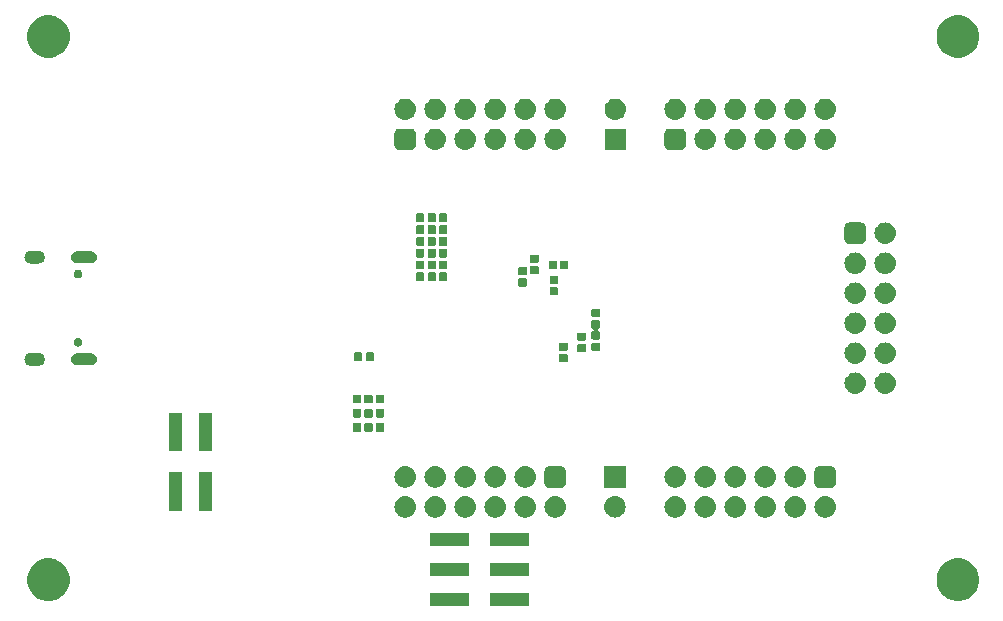
<source format=gbr>
G04 #@! TF.GenerationSoftware,KiCad,Pcbnew,5.1.4*
G04 #@! TF.CreationDate,2019-11-17T01:51:28+01:00*
G04 #@! TF.ProjectId,RevA,52657641-2e6b-4696-9361-645f70636258,rev?*
G04 #@! TF.SameCoordinates,Original*
G04 #@! TF.FileFunction,Soldermask,Bot*
G04 #@! TF.FilePolarity,Negative*
%FSLAX46Y46*%
G04 Gerber Fmt 4.6, Leading zero omitted, Abs format (unit mm)*
G04 Created by KiCad (PCBNEW 5.1.4) date 2019-11-17 01:51:28*
%MOMM*%
%LPD*%
G04 APERTURE LIST*
%ADD10C,0.100000*%
G04 APERTURE END LIST*
D10*
G36*
X144651000Y-102191000D02*
G01*
X141399000Y-102191000D01*
X141399000Y-101089000D01*
X144651000Y-101089000D01*
X144651000Y-102191000D01*
X144651000Y-102191000D01*
G37*
G36*
X139601000Y-102191000D02*
G01*
X136349000Y-102191000D01*
X136349000Y-101089000D01*
X139601000Y-101089000D01*
X139601000Y-102191000D01*
X139601000Y-102191000D01*
G37*
G36*
X181525331Y-98268211D02*
G01*
X181853092Y-98403974D01*
X182148070Y-98601072D01*
X182398928Y-98851930D01*
X182596026Y-99146908D01*
X182731789Y-99474669D01*
X182801000Y-99822616D01*
X182801000Y-100177384D01*
X182731789Y-100525331D01*
X182596026Y-100853092D01*
X182398928Y-101148070D01*
X182148070Y-101398928D01*
X181853092Y-101596026D01*
X181525331Y-101731789D01*
X181177384Y-101801000D01*
X180822616Y-101801000D01*
X180474669Y-101731789D01*
X180146908Y-101596026D01*
X179851930Y-101398928D01*
X179601072Y-101148070D01*
X179403974Y-100853092D01*
X179268211Y-100525331D01*
X179199000Y-100177384D01*
X179199000Y-99822616D01*
X179268211Y-99474669D01*
X179403974Y-99146908D01*
X179601072Y-98851930D01*
X179851930Y-98601072D01*
X180146908Y-98403974D01*
X180474669Y-98268211D01*
X180822616Y-98199000D01*
X181177384Y-98199000D01*
X181525331Y-98268211D01*
X181525331Y-98268211D01*
G37*
G36*
X104525331Y-98268211D02*
G01*
X104853092Y-98403974D01*
X105148070Y-98601072D01*
X105398928Y-98851930D01*
X105596026Y-99146908D01*
X105731789Y-99474669D01*
X105801000Y-99822616D01*
X105801000Y-100177384D01*
X105731789Y-100525331D01*
X105596026Y-100853092D01*
X105398928Y-101148070D01*
X105148070Y-101398928D01*
X104853092Y-101596026D01*
X104525331Y-101731789D01*
X104177384Y-101801000D01*
X103822616Y-101801000D01*
X103474669Y-101731789D01*
X103146908Y-101596026D01*
X102851930Y-101398928D01*
X102601072Y-101148070D01*
X102403974Y-100853092D01*
X102268211Y-100525331D01*
X102199000Y-100177384D01*
X102199000Y-99822616D01*
X102268211Y-99474669D01*
X102403974Y-99146908D01*
X102601072Y-98851930D01*
X102851930Y-98601072D01*
X103146908Y-98403974D01*
X103474669Y-98268211D01*
X103822616Y-98199000D01*
X104177384Y-98199000D01*
X104525331Y-98268211D01*
X104525331Y-98268211D01*
G37*
G36*
X144651000Y-99651000D02*
G01*
X141399000Y-99651000D01*
X141399000Y-98549000D01*
X144651000Y-98549000D01*
X144651000Y-99651000D01*
X144651000Y-99651000D01*
G37*
G36*
X139601000Y-99651000D02*
G01*
X136349000Y-99651000D01*
X136349000Y-98549000D01*
X139601000Y-98549000D01*
X139601000Y-99651000D01*
X139601000Y-99651000D01*
G37*
G36*
X139601000Y-97111000D02*
G01*
X136349000Y-97111000D01*
X136349000Y-96009000D01*
X139601000Y-96009000D01*
X139601000Y-97111000D01*
X139601000Y-97111000D01*
G37*
G36*
X144651000Y-97111000D02*
G01*
X141399000Y-97111000D01*
X141399000Y-96009000D01*
X144651000Y-96009000D01*
X144651000Y-97111000D01*
X144651000Y-97111000D01*
G37*
G36*
X159710442Y-92945518D02*
G01*
X159776627Y-92952037D01*
X159946466Y-93003557D01*
X160102991Y-93087222D01*
X160138729Y-93116552D01*
X160240186Y-93199814D01*
X160323448Y-93301271D01*
X160352778Y-93337009D01*
X160436443Y-93493534D01*
X160487963Y-93663373D01*
X160505359Y-93840000D01*
X160487963Y-94016627D01*
X160436443Y-94186466D01*
X160352778Y-94342991D01*
X160323448Y-94378729D01*
X160240186Y-94480186D01*
X160138729Y-94563448D01*
X160102991Y-94592778D01*
X160102989Y-94592779D01*
X159965177Y-94666442D01*
X159946466Y-94676443D01*
X159776627Y-94727963D01*
X159710442Y-94734482D01*
X159644260Y-94741000D01*
X159555740Y-94741000D01*
X159489558Y-94734482D01*
X159423373Y-94727963D01*
X159253534Y-94676443D01*
X159234824Y-94666442D01*
X159097011Y-94592779D01*
X159097009Y-94592778D01*
X159061271Y-94563448D01*
X158959814Y-94480186D01*
X158876552Y-94378729D01*
X158847222Y-94342991D01*
X158763557Y-94186466D01*
X158712037Y-94016627D01*
X158694641Y-93840000D01*
X158712037Y-93663373D01*
X158763557Y-93493534D01*
X158847222Y-93337009D01*
X158876552Y-93301271D01*
X158959814Y-93199814D01*
X159061271Y-93116552D01*
X159097009Y-93087222D01*
X159253534Y-93003557D01*
X159423373Y-92952037D01*
X159489558Y-92945518D01*
X159555740Y-92939000D01*
X159644260Y-92939000D01*
X159710442Y-92945518D01*
X159710442Y-92945518D01*
G37*
G36*
X169870442Y-92945518D02*
G01*
X169936627Y-92952037D01*
X170106466Y-93003557D01*
X170262991Y-93087222D01*
X170298729Y-93116552D01*
X170400186Y-93199814D01*
X170483448Y-93301271D01*
X170512778Y-93337009D01*
X170596443Y-93493534D01*
X170647963Y-93663373D01*
X170665359Y-93840000D01*
X170647963Y-94016627D01*
X170596443Y-94186466D01*
X170512778Y-94342991D01*
X170483448Y-94378729D01*
X170400186Y-94480186D01*
X170298729Y-94563448D01*
X170262991Y-94592778D01*
X170262989Y-94592779D01*
X170125177Y-94666442D01*
X170106466Y-94676443D01*
X169936627Y-94727963D01*
X169870442Y-94734482D01*
X169804260Y-94741000D01*
X169715740Y-94741000D01*
X169649558Y-94734482D01*
X169583373Y-94727963D01*
X169413534Y-94676443D01*
X169394824Y-94666442D01*
X169257011Y-94592779D01*
X169257009Y-94592778D01*
X169221271Y-94563448D01*
X169119814Y-94480186D01*
X169036552Y-94378729D01*
X169007222Y-94342991D01*
X168923557Y-94186466D01*
X168872037Y-94016627D01*
X168854641Y-93840000D01*
X168872037Y-93663373D01*
X168923557Y-93493534D01*
X169007222Y-93337009D01*
X169036552Y-93301271D01*
X169119814Y-93199814D01*
X169221271Y-93116552D01*
X169257009Y-93087222D01*
X169413534Y-93003557D01*
X169583373Y-92952037D01*
X169649558Y-92945518D01*
X169715740Y-92939000D01*
X169804260Y-92939000D01*
X169870442Y-92945518D01*
X169870442Y-92945518D01*
G37*
G36*
X167330442Y-92945518D02*
G01*
X167396627Y-92952037D01*
X167566466Y-93003557D01*
X167722991Y-93087222D01*
X167758729Y-93116552D01*
X167860186Y-93199814D01*
X167943448Y-93301271D01*
X167972778Y-93337009D01*
X168056443Y-93493534D01*
X168107963Y-93663373D01*
X168125359Y-93840000D01*
X168107963Y-94016627D01*
X168056443Y-94186466D01*
X167972778Y-94342991D01*
X167943448Y-94378729D01*
X167860186Y-94480186D01*
X167758729Y-94563448D01*
X167722991Y-94592778D01*
X167722989Y-94592779D01*
X167585177Y-94666442D01*
X167566466Y-94676443D01*
X167396627Y-94727963D01*
X167330442Y-94734482D01*
X167264260Y-94741000D01*
X167175740Y-94741000D01*
X167109558Y-94734482D01*
X167043373Y-94727963D01*
X166873534Y-94676443D01*
X166854824Y-94666442D01*
X166717011Y-94592779D01*
X166717009Y-94592778D01*
X166681271Y-94563448D01*
X166579814Y-94480186D01*
X166496552Y-94378729D01*
X166467222Y-94342991D01*
X166383557Y-94186466D01*
X166332037Y-94016627D01*
X166314641Y-93840000D01*
X166332037Y-93663373D01*
X166383557Y-93493534D01*
X166467222Y-93337009D01*
X166496552Y-93301271D01*
X166579814Y-93199814D01*
X166681271Y-93116552D01*
X166717009Y-93087222D01*
X166873534Y-93003557D01*
X167043373Y-92952037D01*
X167109558Y-92945518D01*
X167175740Y-92939000D01*
X167264260Y-92939000D01*
X167330442Y-92945518D01*
X167330442Y-92945518D01*
G37*
G36*
X164790442Y-92945518D02*
G01*
X164856627Y-92952037D01*
X165026466Y-93003557D01*
X165182991Y-93087222D01*
X165218729Y-93116552D01*
X165320186Y-93199814D01*
X165403448Y-93301271D01*
X165432778Y-93337009D01*
X165516443Y-93493534D01*
X165567963Y-93663373D01*
X165585359Y-93840000D01*
X165567963Y-94016627D01*
X165516443Y-94186466D01*
X165432778Y-94342991D01*
X165403448Y-94378729D01*
X165320186Y-94480186D01*
X165218729Y-94563448D01*
X165182991Y-94592778D01*
X165182989Y-94592779D01*
X165045177Y-94666442D01*
X165026466Y-94676443D01*
X164856627Y-94727963D01*
X164790442Y-94734482D01*
X164724260Y-94741000D01*
X164635740Y-94741000D01*
X164569558Y-94734482D01*
X164503373Y-94727963D01*
X164333534Y-94676443D01*
X164314824Y-94666442D01*
X164177011Y-94592779D01*
X164177009Y-94592778D01*
X164141271Y-94563448D01*
X164039814Y-94480186D01*
X163956552Y-94378729D01*
X163927222Y-94342991D01*
X163843557Y-94186466D01*
X163792037Y-94016627D01*
X163774641Y-93840000D01*
X163792037Y-93663373D01*
X163843557Y-93493534D01*
X163927222Y-93337009D01*
X163956552Y-93301271D01*
X164039814Y-93199814D01*
X164141271Y-93116552D01*
X164177009Y-93087222D01*
X164333534Y-93003557D01*
X164503373Y-92952037D01*
X164569558Y-92945518D01*
X164635740Y-92939000D01*
X164724260Y-92939000D01*
X164790442Y-92945518D01*
X164790442Y-92945518D01*
G37*
G36*
X162250442Y-92945518D02*
G01*
X162316627Y-92952037D01*
X162486466Y-93003557D01*
X162642991Y-93087222D01*
X162678729Y-93116552D01*
X162780186Y-93199814D01*
X162863448Y-93301271D01*
X162892778Y-93337009D01*
X162976443Y-93493534D01*
X163027963Y-93663373D01*
X163045359Y-93840000D01*
X163027963Y-94016627D01*
X162976443Y-94186466D01*
X162892778Y-94342991D01*
X162863448Y-94378729D01*
X162780186Y-94480186D01*
X162678729Y-94563448D01*
X162642991Y-94592778D01*
X162642989Y-94592779D01*
X162505177Y-94666442D01*
X162486466Y-94676443D01*
X162316627Y-94727963D01*
X162250442Y-94734482D01*
X162184260Y-94741000D01*
X162095740Y-94741000D01*
X162029558Y-94734482D01*
X161963373Y-94727963D01*
X161793534Y-94676443D01*
X161774824Y-94666442D01*
X161637011Y-94592779D01*
X161637009Y-94592778D01*
X161601271Y-94563448D01*
X161499814Y-94480186D01*
X161416552Y-94378729D01*
X161387222Y-94342991D01*
X161303557Y-94186466D01*
X161252037Y-94016627D01*
X161234641Y-93840000D01*
X161252037Y-93663373D01*
X161303557Y-93493534D01*
X161387222Y-93337009D01*
X161416552Y-93301271D01*
X161499814Y-93199814D01*
X161601271Y-93116552D01*
X161637009Y-93087222D01*
X161793534Y-93003557D01*
X161963373Y-92952037D01*
X162029558Y-92945518D01*
X162095740Y-92939000D01*
X162184260Y-92939000D01*
X162250442Y-92945518D01*
X162250442Y-92945518D01*
G37*
G36*
X157170442Y-92945518D02*
G01*
X157236627Y-92952037D01*
X157406466Y-93003557D01*
X157562991Y-93087222D01*
X157598729Y-93116552D01*
X157700186Y-93199814D01*
X157783448Y-93301271D01*
X157812778Y-93337009D01*
X157896443Y-93493534D01*
X157947963Y-93663373D01*
X157965359Y-93840000D01*
X157947963Y-94016627D01*
X157896443Y-94186466D01*
X157812778Y-94342991D01*
X157783448Y-94378729D01*
X157700186Y-94480186D01*
X157598729Y-94563448D01*
X157562991Y-94592778D01*
X157562989Y-94592779D01*
X157425177Y-94666442D01*
X157406466Y-94676443D01*
X157236627Y-94727963D01*
X157170442Y-94734482D01*
X157104260Y-94741000D01*
X157015740Y-94741000D01*
X156949558Y-94734482D01*
X156883373Y-94727963D01*
X156713534Y-94676443D01*
X156694824Y-94666442D01*
X156557011Y-94592779D01*
X156557009Y-94592778D01*
X156521271Y-94563448D01*
X156419814Y-94480186D01*
X156336552Y-94378729D01*
X156307222Y-94342991D01*
X156223557Y-94186466D01*
X156172037Y-94016627D01*
X156154641Y-93840000D01*
X156172037Y-93663373D01*
X156223557Y-93493534D01*
X156307222Y-93337009D01*
X156336552Y-93301271D01*
X156419814Y-93199814D01*
X156521271Y-93116552D01*
X156557009Y-93087222D01*
X156713534Y-93003557D01*
X156883373Y-92952037D01*
X156949558Y-92945518D01*
X157015740Y-92939000D01*
X157104260Y-92939000D01*
X157170442Y-92945518D01*
X157170442Y-92945518D01*
G37*
G36*
X147010442Y-92945518D02*
G01*
X147076627Y-92952037D01*
X147246466Y-93003557D01*
X147402991Y-93087222D01*
X147438729Y-93116552D01*
X147540186Y-93199814D01*
X147623448Y-93301271D01*
X147652778Y-93337009D01*
X147736443Y-93493534D01*
X147787963Y-93663373D01*
X147805359Y-93840000D01*
X147787963Y-94016627D01*
X147736443Y-94186466D01*
X147652778Y-94342991D01*
X147623448Y-94378729D01*
X147540186Y-94480186D01*
X147438729Y-94563448D01*
X147402991Y-94592778D01*
X147402989Y-94592779D01*
X147265177Y-94666442D01*
X147246466Y-94676443D01*
X147076627Y-94727963D01*
X147010442Y-94734482D01*
X146944260Y-94741000D01*
X146855740Y-94741000D01*
X146789558Y-94734482D01*
X146723373Y-94727963D01*
X146553534Y-94676443D01*
X146534824Y-94666442D01*
X146397011Y-94592779D01*
X146397009Y-94592778D01*
X146361271Y-94563448D01*
X146259814Y-94480186D01*
X146176552Y-94378729D01*
X146147222Y-94342991D01*
X146063557Y-94186466D01*
X146012037Y-94016627D01*
X145994641Y-93840000D01*
X146012037Y-93663373D01*
X146063557Y-93493534D01*
X146147222Y-93337009D01*
X146176552Y-93301271D01*
X146259814Y-93199814D01*
X146361271Y-93116552D01*
X146397009Y-93087222D01*
X146553534Y-93003557D01*
X146723373Y-92952037D01*
X146789558Y-92945518D01*
X146855740Y-92939000D01*
X146944260Y-92939000D01*
X147010442Y-92945518D01*
X147010442Y-92945518D01*
G37*
G36*
X144470442Y-92945518D02*
G01*
X144536627Y-92952037D01*
X144706466Y-93003557D01*
X144862991Y-93087222D01*
X144898729Y-93116552D01*
X145000186Y-93199814D01*
X145083448Y-93301271D01*
X145112778Y-93337009D01*
X145196443Y-93493534D01*
X145247963Y-93663373D01*
X145265359Y-93840000D01*
X145247963Y-94016627D01*
X145196443Y-94186466D01*
X145112778Y-94342991D01*
X145083448Y-94378729D01*
X145000186Y-94480186D01*
X144898729Y-94563448D01*
X144862991Y-94592778D01*
X144862989Y-94592779D01*
X144725177Y-94666442D01*
X144706466Y-94676443D01*
X144536627Y-94727963D01*
X144470442Y-94734482D01*
X144404260Y-94741000D01*
X144315740Y-94741000D01*
X144249558Y-94734482D01*
X144183373Y-94727963D01*
X144013534Y-94676443D01*
X143994824Y-94666442D01*
X143857011Y-94592779D01*
X143857009Y-94592778D01*
X143821271Y-94563448D01*
X143719814Y-94480186D01*
X143636552Y-94378729D01*
X143607222Y-94342991D01*
X143523557Y-94186466D01*
X143472037Y-94016627D01*
X143454641Y-93840000D01*
X143472037Y-93663373D01*
X143523557Y-93493534D01*
X143607222Y-93337009D01*
X143636552Y-93301271D01*
X143719814Y-93199814D01*
X143821271Y-93116552D01*
X143857009Y-93087222D01*
X144013534Y-93003557D01*
X144183373Y-92952037D01*
X144249558Y-92945518D01*
X144315740Y-92939000D01*
X144404260Y-92939000D01*
X144470442Y-92945518D01*
X144470442Y-92945518D01*
G37*
G36*
X139390442Y-92945518D02*
G01*
X139456627Y-92952037D01*
X139626466Y-93003557D01*
X139782991Y-93087222D01*
X139818729Y-93116552D01*
X139920186Y-93199814D01*
X140003448Y-93301271D01*
X140032778Y-93337009D01*
X140116443Y-93493534D01*
X140167963Y-93663373D01*
X140185359Y-93840000D01*
X140167963Y-94016627D01*
X140116443Y-94186466D01*
X140032778Y-94342991D01*
X140003448Y-94378729D01*
X139920186Y-94480186D01*
X139818729Y-94563448D01*
X139782991Y-94592778D01*
X139782989Y-94592779D01*
X139645177Y-94666442D01*
X139626466Y-94676443D01*
X139456627Y-94727963D01*
X139390442Y-94734482D01*
X139324260Y-94741000D01*
X139235740Y-94741000D01*
X139169558Y-94734482D01*
X139103373Y-94727963D01*
X138933534Y-94676443D01*
X138914824Y-94666442D01*
X138777011Y-94592779D01*
X138777009Y-94592778D01*
X138741271Y-94563448D01*
X138639814Y-94480186D01*
X138556552Y-94378729D01*
X138527222Y-94342991D01*
X138443557Y-94186466D01*
X138392037Y-94016627D01*
X138374641Y-93840000D01*
X138392037Y-93663373D01*
X138443557Y-93493534D01*
X138527222Y-93337009D01*
X138556552Y-93301271D01*
X138639814Y-93199814D01*
X138741271Y-93116552D01*
X138777009Y-93087222D01*
X138933534Y-93003557D01*
X139103373Y-92952037D01*
X139169558Y-92945518D01*
X139235740Y-92939000D01*
X139324260Y-92939000D01*
X139390442Y-92945518D01*
X139390442Y-92945518D01*
G37*
G36*
X136850442Y-92945518D02*
G01*
X136916627Y-92952037D01*
X137086466Y-93003557D01*
X137242991Y-93087222D01*
X137278729Y-93116552D01*
X137380186Y-93199814D01*
X137463448Y-93301271D01*
X137492778Y-93337009D01*
X137576443Y-93493534D01*
X137627963Y-93663373D01*
X137645359Y-93840000D01*
X137627963Y-94016627D01*
X137576443Y-94186466D01*
X137492778Y-94342991D01*
X137463448Y-94378729D01*
X137380186Y-94480186D01*
X137278729Y-94563448D01*
X137242991Y-94592778D01*
X137242989Y-94592779D01*
X137105177Y-94666442D01*
X137086466Y-94676443D01*
X136916627Y-94727963D01*
X136850442Y-94734482D01*
X136784260Y-94741000D01*
X136695740Y-94741000D01*
X136629558Y-94734482D01*
X136563373Y-94727963D01*
X136393534Y-94676443D01*
X136374824Y-94666442D01*
X136237011Y-94592779D01*
X136237009Y-94592778D01*
X136201271Y-94563448D01*
X136099814Y-94480186D01*
X136016552Y-94378729D01*
X135987222Y-94342991D01*
X135903557Y-94186466D01*
X135852037Y-94016627D01*
X135834641Y-93840000D01*
X135852037Y-93663373D01*
X135903557Y-93493534D01*
X135987222Y-93337009D01*
X136016552Y-93301271D01*
X136099814Y-93199814D01*
X136201271Y-93116552D01*
X136237009Y-93087222D01*
X136393534Y-93003557D01*
X136563373Y-92952037D01*
X136629558Y-92945518D01*
X136695740Y-92939000D01*
X136784260Y-92939000D01*
X136850442Y-92945518D01*
X136850442Y-92945518D01*
G37*
G36*
X141930442Y-92945518D02*
G01*
X141996627Y-92952037D01*
X142166466Y-93003557D01*
X142322991Y-93087222D01*
X142358729Y-93116552D01*
X142460186Y-93199814D01*
X142543448Y-93301271D01*
X142572778Y-93337009D01*
X142656443Y-93493534D01*
X142707963Y-93663373D01*
X142725359Y-93840000D01*
X142707963Y-94016627D01*
X142656443Y-94186466D01*
X142572778Y-94342991D01*
X142543448Y-94378729D01*
X142460186Y-94480186D01*
X142358729Y-94563448D01*
X142322991Y-94592778D01*
X142322989Y-94592779D01*
X142185177Y-94666442D01*
X142166466Y-94676443D01*
X141996627Y-94727963D01*
X141930442Y-94734482D01*
X141864260Y-94741000D01*
X141775740Y-94741000D01*
X141709558Y-94734482D01*
X141643373Y-94727963D01*
X141473534Y-94676443D01*
X141454824Y-94666442D01*
X141317011Y-94592779D01*
X141317009Y-94592778D01*
X141281271Y-94563448D01*
X141179814Y-94480186D01*
X141096552Y-94378729D01*
X141067222Y-94342991D01*
X140983557Y-94186466D01*
X140932037Y-94016627D01*
X140914641Y-93840000D01*
X140932037Y-93663373D01*
X140983557Y-93493534D01*
X141067222Y-93337009D01*
X141096552Y-93301271D01*
X141179814Y-93199814D01*
X141281271Y-93116552D01*
X141317009Y-93087222D01*
X141473534Y-93003557D01*
X141643373Y-92952037D01*
X141709558Y-92945518D01*
X141775740Y-92939000D01*
X141864260Y-92939000D01*
X141930442Y-92945518D01*
X141930442Y-92945518D01*
G37*
G36*
X134310442Y-92945518D02*
G01*
X134376627Y-92952037D01*
X134546466Y-93003557D01*
X134702991Y-93087222D01*
X134738729Y-93116552D01*
X134840186Y-93199814D01*
X134923448Y-93301271D01*
X134952778Y-93337009D01*
X135036443Y-93493534D01*
X135087963Y-93663373D01*
X135105359Y-93840000D01*
X135087963Y-94016627D01*
X135036443Y-94186466D01*
X134952778Y-94342991D01*
X134923448Y-94378729D01*
X134840186Y-94480186D01*
X134738729Y-94563448D01*
X134702991Y-94592778D01*
X134702989Y-94592779D01*
X134565177Y-94666442D01*
X134546466Y-94676443D01*
X134376627Y-94727963D01*
X134310442Y-94734482D01*
X134244260Y-94741000D01*
X134155740Y-94741000D01*
X134089558Y-94734482D01*
X134023373Y-94727963D01*
X133853534Y-94676443D01*
X133834824Y-94666442D01*
X133697011Y-94592779D01*
X133697009Y-94592778D01*
X133661271Y-94563448D01*
X133559814Y-94480186D01*
X133476552Y-94378729D01*
X133447222Y-94342991D01*
X133363557Y-94186466D01*
X133312037Y-94016627D01*
X133294641Y-93840000D01*
X133312037Y-93663373D01*
X133363557Y-93493534D01*
X133447222Y-93337009D01*
X133476552Y-93301271D01*
X133559814Y-93199814D01*
X133661271Y-93116552D01*
X133697009Y-93087222D01*
X133853534Y-93003557D01*
X134023373Y-92952037D01*
X134089558Y-92945518D01*
X134155740Y-92939000D01*
X134244260Y-92939000D01*
X134310442Y-92945518D01*
X134310442Y-92945518D01*
G37*
G36*
X152081283Y-92935519D02*
G01*
X152147467Y-92942037D01*
X152317306Y-92993557D01*
X152317308Y-92993558D01*
X152395569Y-93035390D01*
X152473831Y-93077222D01*
X152509569Y-93106552D01*
X152611026Y-93189814D01*
X152694288Y-93291271D01*
X152723618Y-93327009D01*
X152807283Y-93483534D01*
X152858803Y-93653373D01*
X152876199Y-93830000D01*
X152858803Y-94006627D01*
X152807283Y-94176466D01*
X152723618Y-94332991D01*
X152715411Y-94342991D01*
X152611026Y-94470186D01*
X152509569Y-94553448D01*
X152473831Y-94582778D01*
X152317306Y-94666443D01*
X152147467Y-94717963D01*
X152081282Y-94724482D01*
X152015100Y-94731000D01*
X151926580Y-94731000D01*
X151860398Y-94724482D01*
X151794213Y-94717963D01*
X151624374Y-94666443D01*
X151467849Y-94582778D01*
X151432111Y-94553448D01*
X151330654Y-94470186D01*
X151226269Y-94342991D01*
X151218062Y-94332991D01*
X151134397Y-94176466D01*
X151082877Y-94006627D01*
X151065481Y-93830000D01*
X151082877Y-93653373D01*
X151134397Y-93483534D01*
X151218062Y-93327009D01*
X151247392Y-93291271D01*
X151330654Y-93189814D01*
X151432111Y-93106552D01*
X151467849Y-93077222D01*
X151546111Y-93035390D01*
X151624372Y-92993558D01*
X151624374Y-92993557D01*
X151794213Y-92942037D01*
X151860397Y-92935519D01*
X151926580Y-92929000D01*
X152015100Y-92929000D01*
X152081283Y-92935519D01*
X152081283Y-92935519D01*
G37*
G36*
X115281000Y-94151000D02*
G01*
X114179000Y-94151000D01*
X114179000Y-90899000D01*
X115281000Y-90899000D01*
X115281000Y-94151000D01*
X115281000Y-94151000D01*
G37*
G36*
X117821000Y-94151000D02*
G01*
X116719000Y-94151000D01*
X116719000Y-90899000D01*
X117821000Y-90899000D01*
X117821000Y-94151000D01*
X117821000Y-94151000D01*
G37*
G36*
X167330443Y-90405519D02*
G01*
X167396627Y-90412037D01*
X167566466Y-90463557D01*
X167722991Y-90547222D01*
X167752909Y-90571775D01*
X167860186Y-90659814D01*
X167943448Y-90761271D01*
X167972778Y-90797009D01*
X168056443Y-90953534D01*
X168107963Y-91123373D01*
X168125359Y-91300000D01*
X168107963Y-91476627D01*
X168056443Y-91646466D01*
X167972778Y-91802991D01*
X167943728Y-91838388D01*
X167860186Y-91940186D01*
X167758729Y-92023448D01*
X167722991Y-92052778D01*
X167566466Y-92136443D01*
X167396627Y-92187963D01*
X167352145Y-92192344D01*
X167264260Y-92201000D01*
X167175740Y-92201000D01*
X167087855Y-92192344D01*
X167043373Y-92187963D01*
X166873534Y-92136443D01*
X166717009Y-92052778D01*
X166681271Y-92023448D01*
X166579814Y-91940186D01*
X166496272Y-91838388D01*
X166467222Y-91802991D01*
X166383557Y-91646466D01*
X166332037Y-91476627D01*
X166314641Y-91300000D01*
X166332037Y-91123373D01*
X166383557Y-90953534D01*
X166467222Y-90797009D01*
X166496552Y-90761271D01*
X166579814Y-90659814D01*
X166687091Y-90571775D01*
X166717009Y-90547222D01*
X166873534Y-90463557D01*
X167043373Y-90412037D01*
X167109557Y-90405519D01*
X167175740Y-90399000D01*
X167264260Y-90399000D01*
X167330443Y-90405519D01*
X167330443Y-90405519D01*
G37*
G36*
X170348578Y-90407048D02*
G01*
X170421249Y-90429093D01*
X170488225Y-90464892D01*
X170546930Y-90513070D01*
X170595108Y-90571775D01*
X170630907Y-90638751D01*
X170652952Y-90711422D01*
X170661000Y-90793140D01*
X170661000Y-91806860D01*
X170652952Y-91888578D01*
X170630907Y-91961249D01*
X170595108Y-92028225D01*
X170546930Y-92086930D01*
X170488225Y-92135108D01*
X170421249Y-92170907D01*
X170348578Y-92192952D01*
X170266860Y-92201000D01*
X169253140Y-92201000D01*
X169171422Y-92192952D01*
X169098751Y-92170907D01*
X169031775Y-92135108D01*
X168973070Y-92086930D01*
X168924892Y-92028225D01*
X168889093Y-91961249D01*
X168867048Y-91888578D01*
X168859000Y-91806860D01*
X168859000Y-90793140D01*
X168867048Y-90711422D01*
X168889093Y-90638751D01*
X168924892Y-90571775D01*
X168973070Y-90513070D01*
X169031775Y-90464892D01*
X169098751Y-90429093D01*
X169171422Y-90407048D01*
X169253140Y-90399000D01*
X170266860Y-90399000D01*
X170348578Y-90407048D01*
X170348578Y-90407048D01*
G37*
G36*
X164790443Y-90405519D02*
G01*
X164856627Y-90412037D01*
X165026466Y-90463557D01*
X165182991Y-90547222D01*
X165212909Y-90571775D01*
X165320186Y-90659814D01*
X165403448Y-90761271D01*
X165432778Y-90797009D01*
X165516443Y-90953534D01*
X165567963Y-91123373D01*
X165585359Y-91300000D01*
X165567963Y-91476627D01*
X165516443Y-91646466D01*
X165432778Y-91802991D01*
X165403728Y-91838388D01*
X165320186Y-91940186D01*
X165218729Y-92023448D01*
X165182991Y-92052778D01*
X165026466Y-92136443D01*
X164856627Y-92187963D01*
X164812145Y-92192344D01*
X164724260Y-92201000D01*
X164635740Y-92201000D01*
X164547855Y-92192344D01*
X164503373Y-92187963D01*
X164333534Y-92136443D01*
X164177009Y-92052778D01*
X164141271Y-92023448D01*
X164039814Y-91940186D01*
X163956272Y-91838388D01*
X163927222Y-91802991D01*
X163843557Y-91646466D01*
X163792037Y-91476627D01*
X163774641Y-91300000D01*
X163792037Y-91123373D01*
X163843557Y-90953534D01*
X163927222Y-90797009D01*
X163956552Y-90761271D01*
X164039814Y-90659814D01*
X164147091Y-90571775D01*
X164177009Y-90547222D01*
X164333534Y-90463557D01*
X164503373Y-90412037D01*
X164569557Y-90405519D01*
X164635740Y-90399000D01*
X164724260Y-90399000D01*
X164790443Y-90405519D01*
X164790443Y-90405519D01*
G37*
G36*
X162250443Y-90405519D02*
G01*
X162316627Y-90412037D01*
X162486466Y-90463557D01*
X162642991Y-90547222D01*
X162672909Y-90571775D01*
X162780186Y-90659814D01*
X162863448Y-90761271D01*
X162892778Y-90797009D01*
X162976443Y-90953534D01*
X163027963Y-91123373D01*
X163045359Y-91300000D01*
X163027963Y-91476627D01*
X162976443Y-91646466D01*
X162892778Y-91802991D01*
X162863728Y-91838388D01*
X162780186Y-91940186D01*
X162678729Y-92023448D01*
X162642991Y-92052778D01*
X162486466Y-92136443D01*
X162316627Y-92187963D01*
X162272145Y-92192344D01*
X162184260Y-92201000D01*
X162095740Y-92201000D01*
X162007855Y-92192344D01*
X161963373Y-92187963D01*
X161793534Y-92136443D01*
X161637009Y-92052778D01*
X161601271Y-92023448D01*
X161499814Y-91940186D01*
X161416272Y-91838388D01*
X161387222Y-91802991D01*
X161303557Y-91646466D01*
X161252037Y-91476627D01*
X161234641Y-91300000D01*
X161252037Y-91123373D01*
X161303557Y-90953534D01*
X161387222Y-90797009D01*
X161416552Y-90761271D01*
X161499814Y-90659814D01*
X161607091Y-90571775D01*
X161637009Y-90547222D01*
X161793534Y-90463557D01*
X161963373Y-90412037D01*
X162029557Y-90405519D01*
X162095740Y-90399000D01*
X162184260Y-90399000D01*
X162250443Y-90405519D01*
X162250443Y-90405519D01*
G37*
G36*
X159710443Y-90405519D02*
G01*
X159776627Y-90412037D01*
X159946466Y-90463557D01*
X160102991Y-90547222D01*
X160132909Y-90571775D01*
X160240186Y-90659814D01*
X160323448Y-90761271D01*
X160352778Y-90797009D01*
X160436443Y-90953534D01*
X160487963Y-91123373D01*
X160505359Y-91300000D01*
X160487963Y-91476627D01*
X160436443Y-91646466D01*
X160352778Y-91802991D01*
X160323728Y-91838388D01*
X160240186Y-91940186D01*
X160138729Y-92023448D01*
X160102991Y-92052778D01*
X159946466Y-92136443D01*
X159776627Y-92187963D01*
X159732145Y-92192344D01*
X159644260Y-92201000D01*
X159555740Y-92201000D01*
X159467855Y-92192344D01*
X159423373Y-92187963D01*
X159253534Y-92136443D01*
X159097009Y-92052778D01*
X159061271Y-92023448D01*
X158959814Y-91940186D01*
X158876272Y-91838388D01*
X158847222Y-91802991D01*
X158763557Y-91646466D01*
X158712037Y-91476627D01*
X158694641Y-91300000D01*
X158712037Y-91123373D01*
X158763557Y-90953534D01*
X158847222Y-90797009D01*
X158876552Y-90761271D01*
X158959814Y-90659814D01*
X159067091Y-90571775D01*
X159097009Y-90547222D01*
X159253534Y-90463557D01*
X159423373Y-90412037D01*
X159489557Y-90405519D01*
X159555740Y-90399000D01*
X159644260Y-90399000D01*
X159710443Y-90405519D01*
X159710443Y-90405519D01*
G37*
G36*
X157170443Y-90405519D02*
G01*
X157236627Y-90412037D01*
X157406466Y-90463557D01*
X157562991Y-90547222D01*
X157592909Y-90571775D01*
X157700186Y-90659814D01*
X157783448Y-90761271D01*
X157812778Y-90797009D01*
X157896443Y-90953534D01*
X157947963Y-91123373D01*
X157965359Y-91300000D01*
X157947963Y-91476627D01*
X157896443Y-91646466D01*
X157812778Y-91802991D01*
X157783728Y-91838388D01*
X157700186Y-91940186D01*
X157598729Y-92023448D01*
X157562991Y-92052778D01*
X157406466Y-92136443D01*
X157236627Y-92187963D01*
X157192145Y-92192344D01*
X157104260Y-92201000D01*
X157015740Y-92201000D01*
X156927855Y-92192344D01*
X156883373Y-92187963D01*
X156713534Y-92136443D01*
X156557009Y-92052778D01*
X156521271Y-92023448D01*
X156419814Y-91940186D01*
X156336272Y-91838388D01*
X156307222Y-91802991D01*
X156223557Y-91646466D01*
X156172037Y-91476627D01*
X156154641Y-91300000D01*
X156172037Y-91123373D01*
X156223557Y-90953534D01*
X156307222Y-90797009D01*
X156336552Y-90761271D01*
X156419814Y-90659814D01*
X156527091Y-90571775D01*
X156557009Y-90547222D01*
X156713534Y-90463557D01*
X156883373Y-90412037D01*
X156949557Y-90405519D01*
X157015740Y-90399000D01*
X157104260Y-90399000D01*
X157170443Y-90405519D01*
X157170443Y-90405519D01*
G37*
G36*
X144470443Y-90405519D02*
G01*
X144536627Y-90412037D01*
X144706466Y-90463557D01*
X144862991Y-90547222D01*
X144892909Y-90571775D01*
X145000186Y-90659814D01*
X145083448Y-90761271D01*
X145112778Y-90797009D01*
X145196443Y-90953534D01*
X145247963Y-91123373D01*
X145265359Y-91300000D01*
X145247963Y-91476627D01*
X145196443Y-91646466D01*
X145112778Y-91802991D01*
X145083728Y-91838388D01*
X145000186Y-91940186D01*
X144898729Y-92023448D01*
X144862991Y-92052778D01*
X144706466Y-92136443D01*
X144536627Y-92187963D01*
X144492145Y-92192344D01*
X144404260Y-92201000D01*
X144315740Y-92201000D01*
X144227855Y-92192344D01*
X144183373Y-92187963D01*
X144013534Y-92136443D01*
X143857009Y-92052778D01*
X143821271Y-92023448D01*
X143719814Y-91940186D01*
X143636272Y-91838388D01*
X143607222Y-91802991D01*
X143523557Y-91646466D01*
X143472037Y-91476627D01*
X143454641Y-91300000D01*
X143472037Y-91123373D01*
X143523557Y-90953534D01*
X143607222Y-90797009D01*
X143636552Y-90761271D01*
X143719814Y-90659814D01*
X143827091Y-90571775D01*
X143857009Y-90547222D01*
X144013534Y-90463557D01*
X144183373Y-90412037D01*
X144249557Y-90405519D01*
X144315740Y-90399000D01*
X144404260Y-90399000D01*
X144470443Y-90405519D01*
X144470443Y-90405519D01*
G37*
G36*
X147488578Y-90407048D02*
G01*
X147561249Y-90429093D01*
X147628225Y-90464892D01*
X147686930Y-90513070D01*
X147735108Y-90571775D01*
X147770907Y-90638751D01*
X147792952Y-90711422D01*
X147801000Y-90793140D01*
X147801000Y-91806860D01*
X147792952Y-91888578D01*
X147770907Y-91961249D01*
X147735108Y-92028225D01*
X147686930Y-92086930D01*
X147628225Y-92135108D01*
X147561249Y-92170907D01*
X147488578Y-92192952D01*
X147406860Y-92201000D01*
X146393140Y-92201000D01*
X146311422Y-92192952D01*
X146238751Y-92170907D01*
X146171775Y-92135108D01*
X146113070Y-92086930D01*
X146064892Y-92028225D01*
X146029093Y-91961249D01*
X146007048Y-91888578D01*
X145999000Y-91806860D01*
X145999000Y-90793140D01*
X146007048Y-90711422D01*
X146029093Y-90638751D01*
X146064892Y-90571775D01*
X146113070Y-90513070D01*
X146171775Y-90464892D01*
X146238751Y-90429093D01*
X146311422Y-90407048D01*
X146393140Y-90399000D01*
X147406860Y-90399000D01*
X147488578Y-90407048D01*
X147488578Y-90407048D01*
G37*
G36*
X139390443Y-90405519D02*
G01*
X139456627Y-90412037D01*
X139626466Y-90463557D01*
X139782991Y-90547222D01*
X139812909Y-90571775D01*
X139920186Y-90659814D01*
X140003448Y-90761271D01*
X140032778Y-90797009D01*
X140116443Y-90953534D01*
X140167963Y-91123373D01*
X140185359Y-91300000D01*
X140167963Y-91476627D01*
X140116443Y-91646466D01*
X140032778Y-91802991D01*
X140003728Y-91838388D01*
X139920186Y-91940186D01*
X139818729Y-92023448D01*
X139782991Y-92052778D01*
X139626466Y-92136443D01*
X139456627Y-92187963D01*
X139412145Y-92192344D01*
X139324260Y-92201000D01*
X139235740Y-92201000D01*
X139147855Y-92192344D01*
X139103373Y-92187963D01*
X138933534Y-92136443D01*
X138777009Y-92052778D01*
X138741271Y-92023448D01*
X138639814Y-91940186D01*
X138556272Y-91838388D01*
X138527222Y-91802991D01*
X138443557Y-91646466D01*
X138392037Y-91476627D01*
X138374641Y-91300000D01*
X138392037Y-91123373D01*
X138443557Y-90953534D01*
X138527222Y-90797009D01*
X138556552Y-90761271D01*
X138639814Y-90659814D01*
X138747091Y-90571775D01*
X138777009Y-90547222D01*
X138933534Y-90463557D01*
X139103373Y-90412037D01*
X139169557Y-90405519D01*
X139235740Y-90399000D01*
X139324260Y-90399000D01*
X139390443Y-90405519D01*
X139390443Y-90405519D01*
G37*
G36*
X134310443Y-90405519D02*
G01*
X134376627Y-90412037D01*
X134546466Y-90463557D01*
X134702991Y-90547222D01*
X134732909Y-90571775D01*
X134840186Y-90659814D01*
X134923448Y-90761271D01*
X134952778Y-90797009D01*
X135036443Y-90953534D01*
X135087963Y-91123373D01*
X135105359Y-91300000D01*
X135087963Y-91476627D01*
X135036443Y-91646466D01*
X134952778Y-91802991D01*
X134923728Y-91838388D01*
X134840186Y-91940186D01*
X134738729Y-92023448D01*
X134702991Y-92052778D01*
X134546466Y-92136443D01*
X134376627Y-92187963D01*
X134332145Y-92192344D01*
X134244260Y-92201000D01*
X134155740Y-92201000D01*
X134067855Y-92192344D01*
X134023373Y-92187963D01*
X133853534Y-92136443D01*
X133697009Y-92052778D01*
X133661271Y-92023448D01*
X133559814Y-91940186D01*
X133476272Y-91838388D01*
X133447222Y-91802991D01*
X133363557Y-91646466D01*
X133312037Y-91476627D01*
X133294641Y-91300000D01*
X133312037Y-91123373D01*
X133363557Y-90953534D01*
X133447222Y-90797009D01*
X133476552Y-90761271D01*
X133559814Y-90659814D01*
X133667091Y-90571775D01*
X133697009Y-90547222D01*
X133853534Y-90463557D01*
X134023373Y-90412037D01*
X134089557Y-90405519D01*
X134155740Y-90399000D01*
X134244260Y-90399000D01*
X134310443Y-90405519D01*
X134310443Y-90405519D01*
G37*
G36*
X136850443Y-90405519D02*
G01*
X136916627Y-90412037D01*
X137086466Y-90463557D01*
X137242991Y-90547222D01*
X137272909Y-90571775D01*
X137380186Y-90659814D01*
X137463448Y-90761271D01*
X137492778Y-90797009D01*
X137576443Y-90953534D01*
X137627963Y-91123373D01*
X137645359Y-91300000D01*
X137627963Y-91476627D01*
X137576443Y-91646466D01*
X137492778Y-91802991D01*
X137463728Y-91838388D01*
X137380186Y-91940186D01*
X137278729Y-92023448D01*
X137242991Y-92052778D01*
X137086466Y-92136443D01*
X136916627Y-92187963D01*
X136872145Y-92192344D01*
X136784260Y-92201000D01*
X136695740Y-92201000D01*
X136607855Y-92192344D01*
X136563373Y-92187963D01*
X136393534Y-92136443D01*
X136237009Y-92052778D01*
X136201271Y-92023448D01*
X136099814Y-91940186D01*
X136016272Y-91838388D01*
X135987222Y-91802991D01*
X135903557Y-91646466D01*
X135852037Y-91476627D01*
X135834641Y-91300000D01*
X135852037Y-91123373D01*
X135903557Y-90953534D01*
X135987222Y-90797009D01*
X136016552Y-90761271D01*
X136099814Y-90659814D01*
X136207091Y-90571775D01*
X136237009Y-90547222D01*
X136393534Y-90463557D01*
X136563373Y-90412037D01*
X136629557Y-90405519D01*
X136695740Y-90399000D01*
X136784260Y-90399000D01*
X136850443Y-90405519D01*
X136850443Y-90405519D01*
G37*
G36*
X141930443Y-90405519D02*
G01*
X141996627Y-90412037D01*
X142166466Y-90463557D01*
X142322991Y-90547222D01*
X142352909Y-90571775D01*
X142460186Y-90659814D01*
X142543448Y-90761271D01*
X142572778Y-90797009D01*
X142656443Y-90953534D01*
X142707963Y-91123373D01*
X142725359Y-91300000D01*
X142707963Y-91476627D01*
X142656443Y-91646466D01*
X142572778Y-91802991D01*
X142543728Y-91838388D01*
X142460186Y-91940186D01*
X142358729Y-92023448D01*
X142322991Y-92052778D01*
X142166466Y-92136443D01*
X141996627Y-92187963D01*
X141952145Y-92192344D01*
X141864260Y-92201000D01*
X141775740Y-92201000D01*
X141687855Y-92192344D01*
X141643373Y-92187963D01*
X141473534Y-92136443D01*
X141317009Y-92052778D01*
X141281271Y-92023448D01*
X141179814Y-91940186D01*
X141096272Y-91838388D01*
X141067222Y-91802991D01*
X140983557Y-91646466D01*
X140932037Y-91476627D01*
X140914641Y-91300000D01*
X140932037Y-91123373D01*
X140983557Y-90953534D01*
X141067222Y-90797009D01*
X141096552Y-90761271D01*
X141179814Y-90659814D01*
X141287091Y-90571775D01*
X141317009Y-90547222D01*
X141473534Y-90463557D01*
X141643373Y-90412037D01*
X141709557Y-90405519D01*
X141775740Y-90399000D01*
X141864260Y-90399000D01*
X141930443Y-90405519D01*
X141930443Y-90405519D01*
G37*
G36*
X152871840Y-92191000D02*
G01*
X151069840Y-92191000D01*
X151069840Y-90389000D01*
X152871840Y-90389000D01*
X152871840Y-92191000D01*
X152871840Y-92191000D01*
G37*
G36*
X115281000Y-89101000D02*
G01*
X114179000Y-89101000D01*
X114179000Y-85849000D01*
X115281000Y-85849000D01*
X115281000Y-89101000D01*
X115281000Y-89101000D01*
G37*
G36*
X117821000Y-89101000D02*
G01*
X116719000Y-89101000D01*
X116719000Y-85849000D01*
X117821000Y-85849000D01*
X117821000Y-89101000D01*
X117821000Y-89101000D01*
G37*
G36*
X130386938Y-86731716D02*
G01*
X130407557Y-86737971D01*
X130426553Y-86748124D01*
X130443208Y-86761792D01*
X130456876Y-86778447D01*
X130467029Y-86797443D01*
X130473284Y-86818062D01*
X130476000Y-86845640D01*
X130476000Y-87354360D01*
X130473284Y-87381938D01*
X130467029Y-87402557D01*
X130456876Y-87421553D01*
X130443208Y-87438208D01*
X130426553Y-87451876D01*
X130407557Y-87462029D01*
X130386938Y-87468284D01*
X130359360Y-87471000D01*
X129900640Y-87471000D01*
X129873062Y-87468284D01*
X129852443Y-87462029D01*
X129833447Y-87451876D01*
X129816792Y-87438208D01*
X129803124Y-87421553D01*
X129792971Y-87402557D01*
X129786716Y-87381938D01*
X129784000Y-87354360D01*
X129784000Y-86845640D01*
X129786716Y-86818062D01*
X129792971Y-86797443D01*
X129803124Y-86778447D01*
X129816792Y-86761792D01*
X129833447Y-86748124D01*
X129852443Y-86737971D01*
X129873062Y-86731716D01*
X129900640Y-86729000D01*
X130359360Y-86729000D01*
X130386938Y-86731716D01*
X130386938Y-86731716D01*
G37*
G36*
X132326938Y-86731716D02*
G01*
X132347557Y-86737971D01*
X132366553Y-86748124D01*
X132383208Y-86761792D01*
X132396876Y-86778447D01*
X132407029Y-86797443D01*
X132413284Y-86818062D01*
X132416000Y-86845640D01*
X132416000Y-87354360D01*
X132413284Y-87381938D01*
X132407029Y-87402557D01*
X132396876Y-87421553D01*
X132383208Y-87438208D01*
X132366553Y-87451876D01*
X132347557Y-87462029D01*
X132326938Y-87468284D01*
X132299360Y-87471000D01*
X131840640Y-87471000D01*
X131813062Y-87468284D01*
X131792443Y-87462029D01*
X131773447Y-87451876D01*
X131756792Y-87438208D01*
X131743124Y-87421553D01*
X131732971Y-87402557D01*
X131726716Y-87381938D01*
X131724000Y-87354360D01*
X131724000Y-86845640D01*
X131726716Y-86818062D01*
X131732971Y-86797443D01*
X131743124Y-86778447D01*
X131756792Y-86761792D01*
X131773447Y-86748124D01*
X131792443Y-86737971D01*
X131813062Y-86731716D01*
X131840640Y-86729000D01*
X132299360Y-86729000D01*
X132326938Y-86731716D01*
X132326938Y-86731716D01*
G37*
G36*
X131356938Y-86731716D02*
G01*
X131377557Y-86737971D01*
X131396553Y-86748124D01*
X131413208Y-86761792D01*
X131426876Y-86778447D01*
X131437029Y-86797443D01*
X131443284Y-86818062D01*
X131446000Y-86845640D01*
X131446000Y-87354360D01*
X131443284Y-87381938D01*
X131437029Y-87402557D01*
X131426876Y-87421553D01*
X131413208Y-87438208D01*
X131396553Y-87451876D01*
X131377557Y-87462029D01*
X131356938Y-87468284D01*
X131329360Y-87471000D01*
X130870640Y-87471000D01*
X130843062Y-87468284D01*
X130822443Y-87462029D01*
X130803447Y-87451876D01*
X130786792Y-87438208D01*
X130773124Y-87421553D01*
X130762971Y-87402557D01*
X130756716Y-87381938D01*
X130754000Y-87354360D01*
X130754000Y-86845640D01*
X130756716Y-86818062D01*
X130762971Y-86797443D01*
X130773124Y-86778447D01*
X130786792Y-86761792D01*
X130803447Y-86748124D01*
X130822443Y-86737971D01*
X130843062Y-86731716D01*
X130870640Y-86729000D01*
X131329360Y-86729000D01*
X131356938Y-86731716D01*
X131356938Y-86731716D01*
G37*
G36*
X132326938Y-85531716D02*
G01*
X132347557Y-85537971D01*
X132366553Y-85548124D01*
X132383208Y-85561792D01*
X132396876Y-85578447D01*
X132407029Y-85597443D01*
X132413284Y-85618062D01*
X132416000Y-85645640D01*
X132416000Y-86154360D01*
X132413284Y-86181938D01*
X132407029Y-86202557D01*
X132396876Y-86221553D01*
X132383208Y-86238208D01*
X132366553Y-86251876D01*
X132347557Y-86262029D01*
X132326938Y-86268284D01*
X132299360Y-86271000D01*
X131840640Y-86271000D01*
X131813062Y-86268284D01*
X131792443Y-86262029D01*
X131773447Y-86251876D01*
X131756792Y-86238208D01*
X131743124Y-86221553D01*
X131732971Y-86202557D01*
X131726716Y-86181938D01*
X131724000Y-86154360D01*
X131724000Y-85645640D01*
X131726716Y-85618062D01*
X131732971Y-85597443D01*
X131743124Y-85578447D01*
X131756792Y-85561792D01*
X131773447Y-85548124D01*
X131792443Y-85537971D01*
X131813062Y-85531716D01*
X131840640Y-85529000D01*
X132299360Y-85529000D01*
X132326938Y-85531716D01*
X132326938Y-85531716D01*
G37*
G36*
X131356938Y-85531716D02*
G01*
X131377557Y-85537971D01*
X131396553Y-85548124D01*
X131413208Y-85561792D01*
X131426876Y-85578447D01*
X131437029Y-85597443D01*
X131443284Y-85618062D01*
X131446000Y-85645640D01*
X131446000Y-86154360D01*
X131443284Y-86181938D01*
X131437029Y-86202557D01*
X131426876Y-86221553D01*
X131413208Y-86238208D01*
X131396553Y-86251876D01*
X131377557Y-86262029D01*
X131356938Y-86268284D01*
X131329360Y-86271000D01*
X130870640Y-86271000D01*
X130843062Y-86268284D01*
X130822443Y-86262029D01*
X130803447Y-86251876D01*
X130786792Y-86238208D01*
X130773124Y-86221553D01*
X130762971Y-86202557D01*
X130756716Y-86181938D01*
X130754000Y-86154360D01*
X130754000Y-85645640D01*
X130756716Y-85618062D01*
X130762971Y-85597443D01*
X130773124Y-85578447D01*
X130786792Y-85561792D01*
X130803447Y-85548124D01*
X130822443Y-85537971D01*
X130843062Y-85531716D01*
X130870640Y-85529000D01*
X131329360Y-85529000D01*
X131356938Y-85531716D01*
X131356938Y-85531716D01*
G37*
G36*
X130386938Y-85531716D02*
G01*
X130407557Y-85537971D01*
X130426553Y-85548124D01*
X130443208Y-85561792D01*
X130456876Y-85578447D01*
X130467029Y-85597443D01*
X130473284Y-85618062D01*
X130476000Y-85645640D01*
X130476000Y-86154360D01*
X130473284Y-86181938D01*
X130467029Y-86202557D01*
X130456876Y-86221553D01*
X130443208Y-86238208D01*
X130426553Y-86251876D01*
X130407557Y-86262029D01*
X130386938Y-86268284D01*
X130359360Y-86271000D01*
X129900640Y-86271000D01*
X129873062Y-86268284D01*
X129852443Y-86262029D01*
X129833447Y-86251876D01*
X129816792Y-86238208D01*
X129803124Y-86221553D01*
X129792971Y-86202557D01*
X129786716Y-86181938D01*
X129784000Y-86154360D01*
X129784000Y-85645640D01*
X129786716Y-85618062D01*
X129792971Y-85597443D01*
X129803124Y-85578447D01*
X129816792Y-85561792D01*
X129833447Y-85548124D01*
X129852443Y-85537971D01*
X129873062Y-85531716D01*
X129900640Y-85529000D01*
X130359360Y-85529000D01*
X130386938Y-85531716D01*
X130386938Y-85531716D01*
G37*
G36*
X130386938Y-84331716D02*
G01*
X130407557Y-84337971D01*
X130426553Y-84348124D01*
X130443208Y-84361792D01*
X130456876Y-84378447D01*
X130467029Y-84397443D01*
X130473284Y-84418062D01*
X130476000Y-84445640D01*
X130476000Y-84954360D01*
X130473284Y-84981938D01*
X130467029Y-85002557D01*
X130456876Y-85021553D01*
X130443208Y-85038208D01*
X130426553Y-85051876D01*
X130407557Y-85062029D01*
X130386938Y-85068284D01*
X130359360Y-85071000D01*
X129900640Y-85071000D01*
X129873062Y-85068284D01*
X129852443Y-85062029D01*
X129833447Y-85051876D01*
X129816792Y-85038208D01*
X129803124Y-85021553D01*
X129792971Y-85002557D01*
X129786716Y-84981938D01*
X129784000Y-84954360D01*
X129784000Y-84445640D01*
X129786716Y-84418062D01*
X129792971Y-84397443D01*
X129803124Y-84378447D01*
X129816792Y-84361792D01*
X129833447Y-84348124D01*
X129852443Y-84337971D01*
X129873062Y-84331716D01*
X129900640Y-84329000D01*
X130359360Y-84329000D01*
X130386938Y-84331716D01*
X130386938Y-84331716D01*
G37*
G36*
X131356938Y-84331716D02*
G01*
X131377557Y-84337971D01*
X131396553Y-84348124D01*
X131413208Y-84361792D01*
X131426876Y-84378447D01*
X131437029Y-84397443D01*
X131443284Y-84418062D01*
X131446000Y-84445640D01*
X131446000Y-84954360D01*
X131443284Y-84981938D01*
X131437029Y-85002557D01*
X131426876Y-85021553D01*
X131413208Y-85038208D01*
X131396553Y-85051876D01*
X131377557Y-85062029D01*
X131356938Y-85068284D01*
X131329360Y-85071000D01*
X130870640Y-85071000D01*
X130843062Y-85068284D01*
X130822443Y-85062029D01*
X130803447Y-85051876D01*
X130786792Y-85038208D01*
X130773124Y-85021553D01*
X130762971Y-85002557D01*
X130756716Y-84981938D01*
X130754000Y-84954360D01*
X130754000Y-84445640D01*
X130756716Y-84418062D01*
X130762971Y-84397443D01*
X130773124Y-84378447D01*
X130786792Y-84361792D01*
X130803447Y-84348124D01*
X130822443Y-84337971D01*
X130843062Y-84331716D01*
X130870640Y-84329000D01*
X131329360Y-84329000D01*
X131356938Y-84331716D01*
X131356938Y-84331716D01*
G37*
G36*
X132326938Y-84331716D02*
G01*
X132347557Y-84337971D01*
X132366553Y-84348124D01*
X132383208Y-84361792D01*
X132396876Y-84378447D01*
X132407029Y-84397443D01*
X132413284Y-84418062D01*
X132416000Y-84445640D01*
X132416000Y-84954360D01*
X132413284Y-84981938D01*
X132407029Y-85002557D01*
X132396876Y-85021553D01*
X132383208Y-85038208D01*
X132366553Y-85051876D01*
X132347557Y-85062029D01*
X132326938Y-85068284D01*
X132299360Y-85071000D01*
X131840640Y-85071000D01*
X131813062Y-85068284D01*
X131792443Y-85062029D01*
X131773447Y-85051876D01*
X131756792Y-85038208D01*
X131743124Y-85021553D01*
X131732971Y-85002557D01*
X131726716Y-84981938D01*
X131724000Y-84954360D01*
X131724000Y-84445640D01*
X131726716Y-84418062D01*
X131732971Y-84397443D01*
X131743124Y-84378447D01*
X131756792Y-84361792D01*
X131773447Y-84348124D01*
X131792443Y-84337971D01*
X131813062Y-84331716D01*
X131840640Y-84329000D01*
X132299360Y-84329000D01*
X132326938Y-84331716D01*
X132326938Y-84331716D01*
G37*
G36*
X174950443Y-82455519D02*
G01*
X175016627Y-82462037D01*
X175186466Y-82513557D01*
X175342991Y-82597222D01*
X175378729Y-82626552D01*
X175480186Y-82709814D01*
X175563448Y-82811271D01*
X175592778Y-82847009D01*
X175676443Y-83003534D01*
X175727963Y-83173373D01*
X175745359Y-83350000D01*
X175727963Y-83526627D01*
X175676443Y-83696466D01*
X175592778Y-83852991D01*
X175563448Y-83888729D01*
X175480186Y-83990186D01*
X175378729Y-84073448D01*
X175342991Y-84102778D01*
X175186466Y-84186443D01*
X175016627Y-84237963D01*
X174950442Y-84244482D01*
X174884260Y-84251000D01*
X174795740Y-84251000D01*
X174729558Y-84244482D01*
X174663373Y-84237963D01*
X174493534Y-84186443D01*
X174337009Y-84102778D01*
X174301271Y-84073448D01*
X174199814Y-83990186D01*
X174116552Y-83888729D01*
X174087222Y-83852991D01*
X174003557Y-83696466D01*
X173952037Y-83526627D01*
X173934641Y-83350000D01*
X173952037Y-83173373D01*
X174003557Y-83003534D01*
X174087222Y-82847009D01*
X174116552Y-82811271D01*
X174199814Y-82709814D01*
X174301271Y-82626552D01*
X174337009Y-82597222D01*
X174493534Y-82513557D01*
X174663373Y-82462037D01*
X174729557Y-82455519D01*
X174795740Y-82449000D01*
X174884260Y-82449000D01*
X174950443Y-82455519D01*
X174950443Y-82455519D01*
G37*
G36*
X172410443Y-82455519D02*
G01*
X172476627Y-82462037D01*
X172646466Y-82513557D01*
X172802991Y-82597222D01*
X172838729Y-82626552D01*
X172940186Y-82709814D01*
X173023448Y-82811271D01*
X173052778Y-82847009D01*
X173136443Y-83003534D01*
X173187963Y-83173373D01*
X173205359Y-83350000D01*
X173187963Y-83526627D01*
X173136443Y-83696466D01*
X173052778Y-83852991D01*
X173023448Y-83888729D01*
X172940186Y-83990186D01*
X172838729Y-84073448D01*
X172802991Y-84102778D01*
X172646466Y-84186443D01*
X172476627Y-84237963D01*
X172410442Y-84244482D01*
X172344260Y-84251000D01*
X172255740Y-84251000D01*
X172189558Y-84244482D01*
X172123373Y-84237963D01*
X171953534Y-84186443D01*
X171797009Y-84102778D01*
X171761271Y-84073448D01*
X171659814Y-83990186D01*
X171576552Y-83888729D01*
X171547222Y-83852991D01*
X171463557Y-83696466D01*
X171412037Y-83526627D01*
X171394641Y-83350000D01*
X171412037Y-83173373D01*
X171463557Y-83003534D01*
X171547222Y-82847009D01*
X171576552Y-82811271D01*
X171659814Y-82709814D01*
X171761271Y-82626552D01*
X171797009Y-82597222D01*
X171953534Y-82513557D01*
X172123373Y-82462037D01*
X172189557Y-82455519D01*
X172255740Y-82449000D01*
X172344260Y-82449000D01*
X172410443Y-82455519D01*
X172410443Y-82455519D01*
G37*
G36*
X103238015Y-80776973D02*
G01*
X103341879Y-80808479D01*
X103361562Y-80819000D01*
X103437600Y-80859643D01*
X103521501Y-80928499D01*
X103590357Y-81012400D01*
X103626995Y-81080945D01*
X103641521Y-81108121D01*
X103673027Y-81211985D01*
X103683666Y-81320000D01*
X103673027Y-81428015D01*
X103641521Y-81531879D01*
X103641519Y-81531882D01*
X103590357Y-81627600D01*
X103521501Y-81711501D01*
X103437600Y-81780357D01*
X103375126Y-81813750D01*
X103341879Y-81831521D01*
X103238015Y-81863027D01*
X103157067Y-81871000D01*
X102502933Y-81871000D01*
X102421985Y-81863027D01*
X102318121Y-81831521D01*
X102284874Y-81813750D01*
X102222400Y-81780357D01*
X102138499Y-81711501D01*
X102069643Y-81627600D01*
X102018481Y-81531882D01*
X102018479Y-81531879D01*
X101986973Y-81428015D01*
X101976334Y-81320000D01*
X101986973Y-81211985D01*
X102018479Y-81108121D01*
X102033005Y-81080945D01*
X102069643Y-81012400D01*
X102138499Y-80928499D01*
X102222400Y-80859643D01*
X102298438Y-80819000D01*
X102318121Y-80808479D01*
X102421985Y-80776973D01*
X102502933Y-80769000D01*
X103157067Y-80769000D01*
X103238015Y-80776973D01*
X103238015Y-80776973D01*
G37*
G36*
X107708213Y-80826249D02*
G01*
X107802652Y-80854897D01*
X107889687Y-80901418D01*
X107965975Y-80964025D01*
X108028582Y-81040313D01*
X108075103Y-81127348D01*
X108103751Y-81221787D01*
X108113424Y-81320000D01*
X108103751Y-81418213D01*
X108075103Y-81512652D01*
X108028582Y-81599687D01*
X107965975Y-81675975D01*
X107889687Y-81738582D01*
X107802652Y-81785103D01*
X107708213Y-81813751D01*
X107634612Y-81821000D01*
X106385388Y-81821000D01*
X106311787Y-81813751D01*
X106217348Y-81785103D01*
X106130313Y-81738582D01*
X106054025Y-81675975D01*
X105991418Y-81599687D01*
X105944897Y-81512652D01*
X105916249Y-81418213D01*
X105906576Y-81320000D01*
X105916249Y-81221787D01*
X105944897Y-81127348D01*
X105991418Y-81040313D01*
X106054025Y-80964025D01*
X106130313Y-80901418D01*
X106217348Y-80854897D01*
X106311787Y-80826249D01*
X106385388Y-80819000D01*
X107634612Y-80819000D01*
X107708213Y-80826249D01*
X107708213Y-80826249D01*
G37*
G36*
X172410443Y-79915519D02*
G01*
X172476627Y-79922037D01*
X172646466Y-79973557D01*
X172802991Y-80057222D01*
X172804242Y-80058249D01*
X172940186Y-80169814D01*
X173019123Y-80266000D01*
X173052778Y-80307009D01*
X173136443Y-80463534D01*
X173187963Y-80633373D01*
X173205359Y-80810000D01*
X173187963Y-80986627D01*
X173136443Y-81156466D01*
X173052778Y-81312991D01*
X173023448Y-81348729D01*
X172940186Y-81450186D01*
X172842530Y-81530329D01*
X172802991Y-81562778D01*
X172646466Y-81646443D01*
X172476627Y-81697963D01*
X172410443Y-81704481D01*
X172344260Y-81711000D01*
X172255740Y-81711000D01*
X172189557Y-81704481D01*
X172123373Y-81697963D01*
X171953534Y-81646443D01*
X171797009Y-81562778D01*
X171757470Y-81530329D01*
X171659814Y-81450186D01*
X171576552Y-81348729D01*
X171547222Y-81312991D01*
X171463557Y-81156466D01*
X171412037Y-80986627D01*
X171394641Y-80810000D01*
X171412037Y-80633373D01*
X171463557Y-80463534D01*
X171547222Y-80307009D01*
X171580877Y-80266000D01*
X171659814Y-80169814D01*
X171795758Y-80058249D01*
X171797009Y-80057222D01*
X171953534Y-79973557D01*
X172123373Y-79922037D01*
X172189557Y-79915519D01*
X172255740Y-79909000D01*
X172344260Y-79909000D01*
X172410443Y-79915519D01*
X172410443Y-79915519D01*
G37*
G36*
X174950443Y-79915519D02*
G01*
X175016627Y-79922037D01*
X175186466Y-79973557D01*
X175342991Y-80057222D01*
X175344242Y-80058249D01*
X175480186Y-80169814D01*
X175559123Y-80266000D01*
X175592778Y-80307009D01*
X175676443Y-80463534D01*
X175727963Y-80633373D01*
X175745359Y-80810000D01*
X175727963Y-80986627D01*
X175676443Y-81156466D01*
X175592778Y-81312991D01*
X175563448Y-81348729D01*
X175480186Y-81450186D01*
X175382530Y-81530329D01*
X175342991Y-81562778D01*
X175186466Y-81646443D01*
X175016627Y-81697963D01*
X174950443Y-81704481D01*
X174884260Y-81711000D01*
X174795740Y-81711000D01*
X174729557Y-81704481D01*
X174663373Y-81697963D01*
X174493534Y-81646443D01*
X174337009Y-81562778D01*
X174297470Y-81530329D01*
X174199814Y-81450186D01*
X174116552Y-81348729D01*
X174087222Y-81312991D01*
X174003557Y-81156466D01*
X173952037Y-80986627D01*
X173934641Y-80810000D01*
X173952037Y-80633373D01*
X174003557Y-80463534D01*
X174087222Y-80307009D01*
X174120877Y-80266000D01*
X174199814Y-80169814D01*
X174335758Y-80058249D01*
X174337009Y-80057222D01*
X174493534Y-79973557D01*
X174663373Y-79922037D01*
X174729557Y-79915519D01*
X174795740Y-79909000D01*
X174884260Y-79909000D01*
X174950443Y-79915519D01*
X174950443Y-79915519D01*
G37*
G36*
X147881938Y-80891716D02*
G01*
X147902557Y-80897971D01*
X147921553Y-80908124D01*
X147938208Y-80921792D01*
X147951876Y-80938447D01*
X147962029Y-80957443D01*
X147968284Y-80978062D01*
X147971000Y-81005640D01*
X147971000Y-81464360D01*
X147968284Y-81491938D01*
X147962029Y-81512557D01*
X147951876Y-81531553D01*
X147938208Y-81548208D01*
X147921553Y-81561876D01*
X147902557Y-81572029D01*
X147881938Y-81578284D01*
X147854360Y-81581000D01*
X147345640Y-81581000D01*
X147318062Y-81578284D01*
X147297443Y-81572029D01*
X147278447Y-81561876D01*
X147261792Y-81548208D01*
X147248124Y-81531553D01*
X147237971Y-81512557D01*
X147231716Y-81491938D01*
X147229000Y-81464360D01*
X147229000Y-81005640D01*
X147231716Y-80978062D01*
X147237971Y-80957443D01*
X147248124Y-80938447D01*
X147261792Y-80921792D01*
X147278447Y-80908124D01*
X147297443Y-80897971D01*
X147318062Y-80891716D01*
X147345640Y-80889000D01*
X147854360Y-80889000D01*
X147881938Y-80891716D01*
X147881938Y-80891716D01*
G37*
G36*
X130496938Y-80756716D02*
G01*
X130517557Y-80762971D01*
X130536553Y-80773124D01*
X130553208Y-80786792D01*
X130566876Y-80803447D01*
X130577029Y-80822443D01*
X130583284Y-80843062D01*
X130586000Y-80870640D01*
X130586000Y-81379360D01*
X130583284Y-81406938D01*
X130577029Y-81427557D01*
X130566876Y-81446553D01*
X130553208Y-81463208D01*
X130536553Y-81476876D01*
X130517557Y-81487029D01*
X130496938Y-81493284D01*
X130469360Y-81496000D01*
X130010640Y-81496000D01*
X129983062Y-81493284D01*
X129962443Y-81487029D01*
X129943447Y-81476876D01*
X129926792Y-81463208D01*
X129913124Y-81446553D01*
X129902971Y-81427557D01*
X129896716Y-81406938D01*
X129894000Y-81379360D01*
X129894000Y-80870640D01*
X129896716Y-80843062D01*
X129902971Y-80822443D01*
X129913124Y-80803447D01*
X129926792Y-80786792D01*
X129943447Y-80773124D01*
X129962443Y-80762971D01*
X129983062Y-80756716D01*
X130010640Y-80754000D01*
X130469360Y-80754000D01*
X130496938Y-80756716D01*
X130496938Y-80756716D01*
G37*
G36*
X131466938Y-80756716D02*
G01*
X131487557Y-80762971D01*
X131506553Y-80773124D01*
X131523208Y-80786792D01*
X131536876Y-80803447D01*
X131547029Y-80822443D01*
X131553284Y-80843062D01*
X131556000Y-80870640D01*
X131556000Y-81379360D01*
X131553284Y-81406938D01*
X131547029Y-81427557D01*
X131536876Y-81446553D01*
X131523208Y-81463208D01*
X131506553Y-81476876D01*
X131487557Y-81487029D01*
X131466938Y-81493284D01*
X131439360Y-81496000D01*
X130980640Y-81496000D01*
X130953062Y-81493284D01*
X130932443Y-81487029D01*
X130913447Y-81476876D01*
X130896792Y-81463208D01*
X130883124Y-81446553D01*
X130872971Y-81427557D01*
X130866716Y-81406938D01*
X130864000Y-81379360D01*
X130864000Y-80870640D01*
X130866716Y-80843062D01*
X130872971Y-80822443D01*
X130883124Y-80803447D01*
X130896792Y-80786792D01*
X130913447Y-80773124D01*
X130932443Y-80762971D01*
X130953062Y-80756716D01*
X130980640Y-80754000D01*
X131439360Y-80754000D01*
X131466938Y-80756716D01*
X131466938Y-80756716D01*
G37*
G36*
X149431938Y-80041716D02*
G01*
X149452557Y-80047971D01*
X149471553Y-80058124D01*
X149488208Y-80071792D01*
X149501876Y-80088447D01*
X149512029Y-80107443D01*
X149518284Y-80128062D01*
X149521000Y-80155640D01*
X149521000Y-80614360D01*
X149518284Y-80641938D01*
X149512029Y-80662557D01*
X149501876Y-80681553D01*
X149488208Y-80698208D01*
X149471553Y-80711876D01*
X149452557Y-80722029D01*
X149431938Y-80728284D01*
X149404360Y-80731000D01*
X148895640Y-80731000D01*
X148868062Y-80728284D01*
X148847443Y-80722029D01*
X148828447Y-80711876D01*
X148811792Y-80698208D01*
X148798124Y-80681553D01*
X148787971Y-80662557D01*
X148781716Y-80641938D01*
X148779000Y-80614360D01*
X148779000Y-80155640D01*
X148781716Y-80128062D01*
X148787971Y-80107443D01*
X148798124Y-80088447D01*
X148811792Y-80071792D01*
X148828447Y-80058124D01*
X148847443Y-80047971D01*
X148868062Y-80041716D01*
X148895640Y-80039000D01*
X149404360Y-80039000D01*
X149431938Y-80041716D01*
X149431938Y-80041716D01*
G37*
G36*
X150631938Y-79941716D02*
G01*
X150652557Y-79947971D01*
X150671553Y-79958124D01*
X150688208Y-79971792D01*
X150701876Y-79988447D01*
X150712029Y-80007443D01*
X150718284Y-80028062D01*
X150721000Y-80055640D01*
X150721000Y-80514360D01*
X150718284Y-80541938D01*
X150712029Y-80562557D01*
X150701876Y-80581553D01*
X150688208Y-80598208D01*
X150671553Y-80611876D01*
X150652557Y-80622029D01*
X150631938Y-80628284D01*
X150604360Y-80631000D01*
X150095640Y-80631000D01*
X150068062Y-80628284D01*
X150047443Y-80622029D01*
X150028447Y-80611876D01*
X150011792Y-80598208D01*
X149998124Y-80581553D01*
X149987971Y-80562557D01*
X149981716Y-80541938D01*
X149979000Y-80514360D01*
X149979000Y-80055640D01*
X149981716Y-80028062D01*
X149987971Y-80007443D01*
X149998124Y-79988447D01*
X150011792Y-79971792D01*
X150028447Y-79958124D01*
X150047443Y-79947971D01*
X150068062Y-79941716D01*
X150095640Y-79939000D01*
X150604360Y-79939000D01*
X150631938Y-79941716D01*
X150631938Y-79941716D01*
G37*
G36*
X147881938Y-79921716D02*
G01*
X147902557Y-79927971D01*
X147921553Y-79938124D01*
X147938208Y-79951792D01*
X147951876Y-79968447D01*
X147962029Y-79987443D01*
X147968284Y-80008062D01*
X147971000Y-80035640D01*
X147971000Y-80494360D01*
X147968284Y-80521938D01*
X147962029Y-80542557D01*
X147951876Y-80561553D01*
X147938208Y-80578208D01*
X147921553Y-80591876D01*
X147902557Y-80602029D01*
X147881938Y-80608284D01*
X147854360Y-80611000D01*
X147345640Y-80611000D01*
X147318062Y-80608284D01*
X147297443Y-80602029D01*
X147278447Y-80591876D01*
X147261792Y-80578208D01*
X147248124Y-80561553D01*
X147237971Y-80542557D01*
X147231716Y-80521938D01*
X147229000Y-80494360D01*
X147229000Y-80035640D01*
X147231716Y-80008062D01*
X147237971Y-79987443D01*
X147248124Y-79968447D01*
X147261792Y-79951792D01*
X147278447Y-79938124D01*
X147297443Y-79927971D01*
X147318062Y-79921716D01*
X147345640Y-79919000D01*
X147854360Y-79919000D01*
X147881938Y-79921716D01*
X147881938Y-79921716D01*
G37*
G36*
X106619672Y-79528449D02*
G01*
X106619674Y-79528450D01*
X106619675Y-79528450D01*
X106688103Y-79556793D01*
X106749686Y-79597942D01*
X106802058Y-79650314D01*
X106843207Y-79711897D01*
X106871550Y-79780325D01*
X106871551Y-79780328D01*
X106886000Y-79852966D01*
X106886000Y-79927034D01*
X106873784Y-79988447D01*
X106871550Y-79999675D01*
X106843207Y-80068103D01*
X106802058Y-80129686D01*
X106749686Y-80182058D01*
X106688103Y-80223207D01*
X106619675Y-80251550D01*
X106619674Y-80251550D01*
X106619672Y-80251551D01*
X106547034Y-80266000D01*
X106472966Y-80266000D01*
X106400328Y-80251551D01*
X106400326Y-80251550D01*
X106400325Y-80251550D01*
X106331897Y-80223207D01*
X106270314Y-80182058D01*
X106217942Y-80129686D01*
X106176793Y-80068103D01*
X106148450Y-79999675D01*
X106146217Y-79988447D01*
X106134000Y-79927034D01*
X106134000Y-79852966D01*
X106148449Y-79780328D01*
X106148450Y-79780325D01*
X106176793Y-79711897D01*
X106217942Y-79650314D01*
X106270314Y-79597942D01*
X106331897Y-79556793D01*
X106400325Y-79528450D01*
X106400326Y-79528450D01*
X106400328Y-79528449D01*
X106472966Y-79514000D01*
X106547034Y-79514000D01*
X106619672Y-79528449D01*
X106619672Y-79528449D01*
G37*
G36*
X149431938Y-79071716D02*
G01*
X149452557Y-79077971D01*
X149471553Y-79088124D01*
X149488208Y-79101792D01*
X149501876Y-79118447D01*
X149512029Y-79137443D01*
X149518284Y-79158062D01*
X149521000Y-79185640D01*
X149521000Y-79644360D01*
X149518284Y-79671938D01*
X149512029Y-79692557D01*
X149501876Y-79711553D01*
X149488208Y-79728208D01*
X149471553Y-79741876D01*
X149452557Y-79752029D01*
X149431938Y-79758284D01*
X149404360Y-79761000D01*
X148895640Y-79761000D01*
X148868062Y-79758284D01*
X148847443Y-79752029D01*
X148828447Y-79741876D01*
X148811792Y-79728208D01*
X148798124Y-79711553D01*
X148787971Y-79692557D01*
X148781716Y-79671938D01*
X148779000Y-79644360D01*
X148779000Y-79185640D01*
X148781716Y-79158062D01*
X148787971Y-79137443D01*
X148798124Y-79118447D01*
X148811792Y-79101792D01*
X148828447Y-79088124D01*
X148847443Y-79077971D01*
X148868062Y-79071716D01*
X148895640Y-79069000D01*
X149404360Y-79069000D01*
X149431938Y-79071716D01*
X149431938Y-79071716D01*
G37*
G36*
X150631938Y-78041716D02*
G01*
X150652557Y-78047971D01*
X150671553Y-78058124D01*
X150688208Y-78071792D01*
X150701876Y-78088447D01*
X150712029Y-78107443D01*
X150718284Y-78128062D01*
X150721000Y-78155640D01*
X150721000Y-78614360D01*
X150718284Y-78641938D01*
X150712029Y-78662557D01*
X150701876Y-78681553D01*
X150688208Y-78698208D01*
X150671553Y-78711876D01*
X150652556Y-78722030D01*
X150625019Y-78730383D01*
X150602380Y-78739760D01*
X150582005Y-78753374D01*
X150564678Y-78770701D01*
X150551064Y-78791075D01*
X150541687Y-78813714D01*
X150536906Y-78837747D01*
X150536906Y-78862251D01*
X150541686Y-78886284D01*
X150551063Y-78908923D01*
X150564677Y-78929298D01*
X150582004Y-78946625D01*
X150602378Y-78960239D01*
X150625019Y-78969617D01*
X150652556Y-78977970D01*
X150671553Y-78988124D01*
X150688208Y-79001792D01*
X150701876Y-79018447D01*
X150712029Y-79037443D01*
X150718284Y-79058062D01*
X150721000Y-79085640D01*
X150721000Y-79544360D01*
X150718284Y-79571938D01*
X150712029Y-79592557D01*
X150701876Y-79611553D01*
X150688208Y-79628208D01*
X150671553Y-79641876D01*
X150652557Y-79652029D01*
X150631938Y-79658284D01*
X150604360Y-79661000D01*
X150095640Y-79661000D01*
X150068062Y-79658284D01*
X150047443Y-79652029D01*
X150028447Y-79641876D01*
X150011792Y-79628208D01*
X149998124Y-79611553D01*
X149987971Y-79592557D01*
X149981716Y-79571938D01*
X149979000Y-79544360D01*
X149979000Y-79085640D01*
X149981716Y-79058062D01*
X149987971Y-79037443D01*
X149998124Y-79018447D01*
X150011792Y-79001792D01*
X150028447Y-78988124D01*
X150047444Y-78977970D01*
X150074981Y-78969617D01*
X150097620Y-78960240D01*
X150117995Y-78946626D01*
X150135322Y-78929299D01*
X150148936Y-78908925D01*
X150158313Y-78886286D01*
X150163094Y-78862253D01*
X150163094Y-78837749D01*
X150158314Y-78813716D01*
X150148937Y-78791077D01*
X150135323Y-78770702D01*
X150117996Y-78753375D01*
X150097622Y-78739761D01*
X150074981Y-78730383D01*
X150047444Y-78722030D01*
X150028447Y-78711876D01*
X150011792Y-78698208D01*
X149998124Y-78681553D01*
X149987971Y-78662557D01*
X149981716Y-78641938D01*
X149979000Y-78614360D01*
X149979000Y-78155640D01*
X149981716Y-78128062D01*
X149987971Y-78107443D01*
X149998124Y-78088447D01*
X150011792Y-78071792D01*
X150028447Y-78058124D01*
X150047443Y-78047971D01*
X150068062Y-78041716D01*
X150095640Y-78039000D01*
X150604360Y-78039000D01*
X150631938Y-78041716D01*
X150631938Y-78041716D01*
G37*
G36*
X172410442Y-77375518D02*
G01*
X172476627Y-77382037D01*
X172646466Y-77433557D01*
X172802991Y-77517222D01*
X172838729Y-77546552D01*
X172940186Y-77629814D01*
X173006262Y-77710329D01*
X173052778Y-77767009D01*
X173136443Y-77923534D01*
X173187963Y-78093373D01*
X173205359Y-78270000D01*
X173187963Y-78446627D01*
X173136443Y-78616466D01*
X173052778Y-78772991D01*
X173037935Y-78791077D01*
X172940186Y-78910186D01*
X172852473Y-78982169D01*
X172802991Y-79022778D01*
X172646466Y-79106443D01*
X172476627Y-79157963D01*
X172410442Y-79164482D01*
X172344260Y-79171000D01*
X172255740Y-79171000D01*
X172189558Y-79164482D01*
X172123373Y-79157963D01*
X171953534Y-79106443D01*
X171797009Y-79022778D01*
X171747527Y-78982169D01*
X171659814Y-78910186D01*
X171562065Y-78791077D01*
X171547222Y-78772991D01*
X171463557Y-78616466D01*
X171412037Y-78446627D01*
X171394641Y-78270000D01*
X171412037Y-78093373D01*
X171463557Y-77923534D01*
X171547222Y-77767009D01*
X171593738Y-77710329D01*
X171659814Y-77629814D01*
X171761271Y-77546552D01*
X171797009Y-77517222D01*
X171953534Y-77433557D01*
X172123373Y-77382037D01*
X172189558Y-77375518D01*
X172255740Y-77369000D01*
X172344260Y-77369000D01*
X172410442Y-77375518D01*
X172410442Y-77375518D01*
G37*
G36*
X174950442Y-77375518D02*
G01*
X175016627Y-77382037D01*
X175186466Y-77433557D01*
X175342991Y-77517222D01*
X175378729Y-77546552D01*
X175480186Y-77629814D01*
X175546262Y-77710329D01*
X175592778Y-77767009D01*
X175676443Y-77923534D01*
X175727963Y-78093373D01*
X175745359Y-78270000D01*
X175727963Y-78446627D01*
X175676443Y-78616466D01*
X175592778Y-78772991D01*
X175577935Y-78791077D01*
X175480186Y-78910186D01*
X175392473Y-78982169D01*
X175342991Y-79022778D01*
X175186466Y-79106443D01*
X175016627Y-79157963D01*
X174950442Y-79164482D01*
X174884260Y-79171000D01*
X174795740Y-79171000D01*
X174729558Y-79164482D01*
X174663373Y-79157963D01*
X174493534Y-79106443D01*
X174337009Y-79022778D01*
X174287527Y-78982169D01*
X174199814Y-78910186D01*
X174102065Y-78791077D01*
X174087222Y-78772991D01*
X174003557Y-78616466D01*
X173952037Y-78446627D01*
X173934641Y-78270000D01*
X173952037Y-78093373D01*
X174003557Y-77923534D01*
X174087222Y-77767009D01*
X174133738Y-77710329D01*
X174199814Y-77629814D01*
X174301271Y-77546552D01*
X174337009Y-77517222D01*
X174493534Y-77433557D01*
X174663373Y-77382037D01*
X174729558Y-77375518D01*
X174795740Y-77369000D01*
X174884260Y-77369000D01*
X174950442Y-77375518D01*
X174950442Y-77375518D01*
G37*
G36*
X150631938Y-77071716D02*
G01*
X150652557Y-77077971D01*
X150671553Y-77088124D01*
X150688208Y-77101792D01*
X150701876Y-77118447D01*
X150712029Y-77137443D01*
X150718284Y-77158062D01*
X150721000Y-77185640D01*
X150721000Y-77644360D01*
X150718284Y-77671938D01*
X150712029Y-77692557D01*
X150701876Y-77711553D01*
X150688208Y-77728208D01*
X150671553Y-77741876D01*
X150652557Y-77752029D01*
X150631938Y-77758284D01*
X150604360Y-77761000D01*
X150095640Y-77761000D01*
X150068062Y-77758284D01*
X150047443Y-77752029D01*
X150028447Y-77741876D01*
X150011792Y-77728208D01*
X149998124Y-77711553D01*
X149987971Y-77692557D01*
X149981716Y-77671938D01*
X149979000Y-77644360D01*
X149979000Y-77185640D01*
X149981716Y-77158062D01*
X149987971Y-77137443D01*
X149998124Y-77118447D01*
X150011792Y-77101792D01*
X150028447Y-77088124D01*
X150047443Y-77077971D01*
X150068062Y-77071716D01*
X150095640Y-77069000D01*
X150604360Y-77069000D01*
X150631938Y-77071716D01*
X150631938Y-77071716D01*
G37*
G36*
X172410442Y-74835518D02*
G01*
X172476627Y-74842037D01*
X172646466Y-74893557D01*
X172802991Y-74977222D01*
X172838729Y-75006552D01*
X172940186Y-75089814D01*
X173004212Y-75167831D01*
X173052778Y-75227009D01*
X173136443Y-75383534D01*
X173187963Y-75553373D01*
X173205359Y-75730000D01*
X173187963Y-75906627D01*
X173136443Y-76076466D01*
X173052778Y-76232991D01*
X173023448Y-76268729D01*
X172940186Y-76370186D01*
X172838729Y-76453448D01*
X172802991Y-76482778D01*
X172646466Y-76566443D01*
X172476627Y-76617963D01*
X172410443Y-76624481D01*
X172344260Y-76631000D01*
X172255740Y-76631000D01*
X172189557Y-76624481D01*
X172123373Y-76617963D01*
X171953534Y-76566443D01*
X171797009Y-76482778D01*
X171761271Y-76453448D01*
X171659814Y-76370186D01*
X171576552Y-76268729D01*
X171547222Y-76232991D01*
X171463557Y-76076466D01*
X171412037Y-75906627D01*
X171394641Y-75730000D01*
X171412037Y-75553373D01*
X171463557Y-75383534D01*
X171547222Y-75227009D01*
X171595788Y-75167831D01*
X171659814Y-75089814D01*
X171761271Y-75006552D01*
X171797009Y-74977222D01*
X171953534Y-74893557D01*
X172123373Y-74842037D01*
X172189558Y-74835518D01*
X172255740Y-74829000D01*
X172344260Y-74829000D01*
X172410442Y-74835518D01*
X172410442Y-74835518D01*
G37*
G36*
X174950442Y-74835518D02*
G01*
X175016627Y-74842037D01*
X175186466Y-74893557D01*
X175342991Y-74977222D01*
X175378729Y-75006552D01*
X175480186Y-75089814D01*
X175544212Y-75167831D01*
X175592778Y-75227009D01*
X175676443Y-75383534D01*
X175727963Y-75553373D01*
X175745359Y-75730000D01*
X175727963Y-75906627D01*
X175676443Y-76076466D01*
X175592778Y-76232991D01*
X175563448Y-76268729D01*
X175480186Y-76370186D01*
X175378729Y-76453448D01*
X175342991Y-76482778D01*
X175186466Y-76566443D01*
X175016627Y-76617963D01*
X174950443Y-76624481D01*
X174884260Y-76631000D01*
X174795740Y-76631000D01*
X174729557Y-76624481D01*
X174663373Y-76617963D01*
X174493534Y-76566443D01*
X174337009Y-76482778D01*
X174301271Y-76453448D01*
X174199814Y-76370186D01*
X174116552Y-76268729D01*
X174087222Y-76232991D01*
X174003557Y-76076466D01*
X173952037Y-75906627D01*
X173934641Y-75730000D01*
X173952037Y-75553373D01*
X174003557Y-75383534D01*
X174087222Y-75227009D01*
X174135788Y-75167831D01*
X174199814Y-75089814D01*
X174301271Y-75006552D01*
X174337009Y-74977222D01*
X174493534Y-74893557D01*
X174663373Y-74842037D01*
X174729558Y-74835518D01*
X174795740Y-74829000D01*
X174884260Y-74829000D01*
X174950442Y-74835518D01*
X174950442Y-74835518D01*
G37*
G36*
X147081938Y-75241716D02*
G01*
X147102557Y-75247971D01*
X147121553Y-75258124D01*
X147138208Y-75271792D01*
X147151876Y-75288447D01*
X147162029Y-75307443D01*
X147168284Y-75328062D01*
X147171000Y-75355640D01*
X147171000Y-75814360D01*
X147168284Y-75841938D01*
X147162029Y-75862557D01*
X147151876Y-75881553D01*
X147138208Y-75898208D01*
X147121553Y-75911876D01*
X147102557Y-75922029D01*
X147081938Y-75928284D01*
X147054360Y-75931000D01*
X146545640Y-75931000D01*
X146518062Y-75928284D01*
X146497443Y-75922029D01*
X146478447Y-75911876D01*
X146461792Y-75898208D01*
X146448124Y-75881553D01*
X146437971Y-75862557D01*
X146431716Y-75841938D01*
X146429000Y-75814360D01*
X146429000Y-75355640D01*
X146431716Y-75328062D01*
X146437971Y-75307443D01*
X146448124Y-75288447D01*
X146461792Y-75271792D01*
X146478447Y-75258124D01*
X146497443Y-75247971D01*
X146518062Y-75241716D01*
X146545640Y-75239000D01*
X147054360Y-75239000D01*
X147081938Y-75241716D01*
X147081938Y-75241716D01*
G37*
G36*
X144431938Y-74491716D02*
G01*
X144452557Y-74497971D01*
X144471553Y-74508124D01*
X144488208Y-74521792D01*
X144501876Y-74538447D01*
X144512029Y-74557443D01*
X144518284Y-74578062D01*
X144521000Y-74605640D01*
X144521000Y-75064360D01*
X144518284Y-75091938D01*
X144512029Y-75112557D01*
X144501876Y-75131553D01*
X144488208Y-75148208D01*
X144471553Y-75161876D01*
X144452557Y-75172029D01*
X144431938Y-75178284D01*
X144404360Y-75181000D01*
X143895640Y-75181000D01*
X143868062Y-75178284D01*
X143847443Y-75172029D01*
X143828447Y-75161876D01*
X143811792Y-75148208D01*
X143798124Y-75131553D01*
X143787971Y-75112557D01*
X143781716Y-75091938D01*
X143779000Y-75064360D01*
X143779000Y-74605640D01*
X143781716Y-74578062D01*
X143787971Y-74557443D01*
X143798124Y-74538447D01*
X143811792Y-74521792D01*
X143828447Y-74508124D01*
X143847443Y-74497971D01*
X143868062Y-74491716D01*
X143895640Y-74489000D01*
X144404360Y-74489000D01*
X144431938Y-74491716D01*
X144431938Y-74491716D01*
G37*
G36*
X147081938Y-74271716D02*
G01*
X147102557Y-74277971D01*
X147121553Y-74288124D01*
X147138208Y-74301792D01*
X147151876Y-74318447D01*
X147162029Y-74337443D01*
X147168284Y-74358062D01*
X147171000Y-74385640D01*
X147171000Y-74844360D01*
X147168284Y-74871938D01*
X147162029Y-74892557D01*
X147151876Y-74911553D01*
X147138208Y-74928208D01*
X147121553Y-74941876D01*
X147102557Y-74952029D01*
X147081938Y-74958284D01*
X147054360Y-74961000D01*
X146545640Y-74961000D01*
X146518062Y-74958284D01*
X146497443Y-74952029D01*
X146478447Y-74941876D01*
X146461792Y-74928208D01*
X146448124Y-74911553D01*
X146437971Y-74892557D01*
X146431716Y-74871938D01*
X146429000Y-74844360D01*
X146429000Y-74385640D01*
X146431716Y-74358062D01*
X146437971Y-74337443D01*
X146448124Y-74318447D01*
X146461792Y-74301792D01*
X146478447Y-74288124D01*
X146497443Y-74277971D01*
X146518062Y-74271716D01*
X146545640Y-74269000D01*
X147054360Y-74269000D01*
X147081938Y-74271716D01*
X147081938Y-74271716D01*
G37*
G36*
X136706938Y-73981716D02*
G01*
X136727557Y-73987971D01*
X136746553Y-73998124D01*
X136763208Y-74011792D01*
X136776876Y-74028447D01*
X136787029Y-74047443D01*
X136793284Y-74068062D01*
X136796000Y-74095640D01*
X136796000Y-74604360D01*
X136793284Y-74631938D01*
X136787029Y-74652557D01*
X136776876Y-74671553D01*
X136763208Y-74688208D01*
X136746553Y-74701876D01*
X136727557Y-74712029D01*
X136706938Y-74718284D01*
X136679360Y-74721000D01*
X136220640Y-74721000D01*
X136193062Y-74718284D01*
X136172443Y-74712029D01*
X136153447Y-74701876D01*
X136136792Y-74688208D01*
X136123124Y-74671553D01*
X136112971Y-74652557D01*
X136106716Y-74631938D01*
X136104000Y-74604360D01*
X136104000Y-74095640D01*
X136106716Y-74068062D01*
X136112971Y-74047443D01*
X136123124Y-74028447D01*
X136136792Y-74011792D01*
X136153447Y-73998124D01*
X136172443Y-73987971D01*
X136193062Y-73981716D01*
X136220640Y-73979000D01*
X136679360Y-73979000D01*
X136706938Y-73981716D01*
X136706938Y-73981716D01*
G37*
G36*
X137676938Y-73981716D02*
G01*
X137697557Y-73987971D01*
X137716553Y-73998124D01*
X137733208Y-74011792D01*
X137746876Y-74028447D01*
X137757029Y-74047443D01*
X137763284Y-74068062D01*
X137766000Y-74095640D01*
X137766000Y-74604360D01*
X137763284Y-74631938D01*
X137757029Y-74652557D01*
X137746876Y-74671553D01*
X137733208Y-74688208D01*
X137716553Y-74701876D01*
X137697557Y-74712029D01*
X137676938Y-74718284D01*
X137649360Y-74721000D01*
X137190640Y-74721000D01*
X137163062Y-74718284D01*
X137142443Y-74712029D01*
X137123447Y-74701876D01*
X137106792Y-74688208D01*
X137093124Y-74671553D01*
X137082971Y-74652557D01*
X137076716Y-74631938D01*
X137074000Y-74604360D01*
X137074000Y-74095640D01*
X137076716Y-74068062D01*
X137082971Y-74047443D01*
X137093124Y-74028447D01*
X137106792Y-74011792D01*
X137123447Y-73998124D01*
X137142443Y-73987971D01*
X137163062Y-73981716D01*
X137190640Y-73979000D01*
X137649360Y-73979000D01*
X137676938Y-73981716D01*
X137676938Y-73981716D01*
G37*
G36*
X135736938Y-73981716D02*
G01*
X135757557Y-73987971D01*
X135776553Y-73998124D01*
X135793208Y-74011792D01*
X135806876Y-74028447D01*
X135817029Y-74047443D01*
X135823284Y-74068062D01*
X135826000Y-74095640D01*
X135826000Y-74604360D01*
X135823284Y-74631938D01*
X135817029Y-74652557D01*
X135806876Y-74671553D01*
X135793208Y-74688208D01*
X135776553Y-74701876D01*
X135757557Y-74712029D01*
X135736938Y-74718284D01*
X135709360Y-74721000D01*
X135250640Y-74721000D01*
X135223062Y-74718284D01*
X135202443Y-74712029D01*
X135183447Y-74701876D01*
X135166792Y-74688208D01*
X135153124Y-74671553D01*
X135142971Y-74652557D01*
X135136716Y-74631938D01*
X135134000Y-74604360D01*
X135134000Y-74095640D01*
X135136716Y-74068062D01*
X135142971Y-74047443D01*
X135153124Y-74028447D01*
X135166792Y-74011792D01*
X135183447Y-73998124D01*
X135202443Y-73987971D01*
X135223062Y-73981716D01*
X135250640Y-73979000D01*
X135709360Y-73979000D01*
X135736938Y-73981716D01*
X135736938Y-73981716D01*
G37*
G36*
X106619672Y-73748449D02*
G01*
X106619674Y-73748450D01*
X106619675Y-73748450D01*
X106688103Y-73776793D01*
X106749686Y-73817942D01*
X106802058Y-73870314D01*
X106843207Y-73931897D01*
X106870638Y-73998124D01*
X106871551Y-74000328D01*
X106886000Y-74072966D01*
X106886000Y-74147034D01*
X106875061Y-74202029D01*
X106871550Y-74219675D01*
X106843207Y-74288103D01*
X106802058Y-74349686D01*
X106749686Y-74402058D01*
X106688103Y-74443207D01*
X106619675Y-74471550D01*
X106619674Y-74471550D01*
X106619672Y-74471551D01*
X106547034Y-74486000D01*
X106472966Y-74486000D01*
X106400328Y-74471551D01*
X106400326Y-74471550D01*
X106400325Y-74471550D01*
X106331897Y-74443207D01*
X106270314Y-74402058D01*
X106217942Y-74349686D01*
X106176793Y-74288103D01*
X106148450Y-74219675D01*
X106144940Y-74202029D01*
X106134000Y-74147034D01*
X106134000Y-74072966D01*
X106148449Y-74000328D01*
X106149362Y-73998124D01*
X106176793Y-73931897D01*
X106217942Y-73870314D01*
X106270314Y-73817942D01*
X106331897Y-73776793D01*
X106400325Y-73748450D01*
X106400326Y-73748450D01*
X106400328Y-73748449D01*
X106472966Y-73734000D01*
X106547034Y-73734000D01*
X106619672Y-73748449D01*
X106619672Y-73748449D01*
G37*
G36*
X144431938Y-73521716D02*
G01*
X144452557Y-73527971D01*
X144471553Y-73538124D01*
X144488208Y-73551792D01*
X144501876Y-73568447D01*
X144512029Y-73587443D01*
X144518284Y-73608062D01*
X144521000Y-73635640D01*
X144521000Y-74094360D01*
X144518284Y-74121938D01*
X144512029Y-74142557D01*
X144501876Y-74161553D01*
X144488208Y-74178208D01*
X144471553Y-74191876D01*
X144452557Y-74202029D01*
X144431938Y-74208284D01*
X144404360Y-74211000D01*
X143895640Y-74211000D01*
X143868062Y-74208284D01*
X143847443Y-74202029D01*
X143828447Y-74191876D01*
X143811792Y-74178208D01*
X143798124Y-74161553D01*
X143787971Y-74142557D01*
X143781716Y-74121938D01*
X143779000Y-74094360D01*
X143779000Y-73635640D01*
X143781716Y-73608062D01*
X143787971Y-73587443D01*
X143798124Y-73568447D01*
X143811792Y-73551792D01*
X143828447Y-73538124D01*
X143847443Y-73527971D01*
X143868062Y-73521716D01*
X143895640Y-73519000D01*
X144404360Y-73519000D01*
X144431938Y-73521716D01*
X144431938Y-73521716D01*
G37*
G36*
X145431938Y-73441716D02*
G01*
X145452557Y-73447971D01*
X145471553Y-73458124D01*
X145488208Y-73471792D01*
X145501876Y-73488447D01*
X145512029Y-73507443D01*
X145518284Y-73528062D01*
X145521000Y-73555640D01*
X145521000Y-74014360D01*
X145518284Y-74041938D01*
X145512029Y-74062557D01*
X145501876Y-74081553D01*
X145488208Y-74098208D01*
X145471553Y-74111876D01*
X145452557Y-74122029D01*
X145431938Y-74128284D01*
X145404360Y-74131000D01*
X144895640Y-74131000D01*
X144868062Y-74128284D01*
X144847443Y-74122029D01*
X144828447Y-74111876D01*
X144811792Y-74098208D01*
X144798124Y-74081553D01*
X144787971Y-74062557D01*
X144781716Y-74041938D01*
X144779000Y-74014360D01*
X144779000Y-73555640D01*
X144781716Y-73528062D01*
X144787971Y-73507443D01*
X144798124Y-73488447D01*
X144811792Y-73471792D01*
X144828447Y-73458124D01*
X144847443Y-73447971D01*
X144868062Y-73441716D01*
X144895640Y-73439000D01*
X145404360Y-73439000D01*
X145431938Y-73441716D01*
X145431938Y-73441716D01*
G37*
G36*
X174950443Y-72295519D02*
G01*
X175016627Y-72302037D01*
X175186466Y-72353557D01*
X175342991Y-72437222D01*
X175378729Y-72466552D01*
X175480186Y-72549814D01*
X175547582Y-72631938D01*
X175592778Y-72687009D01*
X175676443Y-72843534D01*
X175727963Y-73013373D01*
X175745359Y-73190000D01*
X175727963Y-73366627D01*
X175681741Y-73519000D01*
X175676442Y-73536468D01*
X175649195Y-73587443D01*
X175592778Y-73692991D01*
X175585486Y-73701876D01*
X175480186Y-73830186D01*
X175378729Y-73913448D01*
X175342991Y-73942778D01*
X175342989Y-73942779D01*
X175258442Y-73987971D01*
X175186466Y-74026443D01*
X175016627Y-74077963D01*
X174950442Y-74084482D01*
X174884260Y-74091000D01*
X174795740Y-74091000D01*
X174729558Y-74084482D01*
X174663373Y-74077963D01*
X174493534Y-74026443D01*
X174421559Y-73987971D01*
X174337011Y-73942779D01*
X174337009Y-73942778D01*
X174301271Y-73913448D01*
X174199814Y-73830186D01*
X174094514Y-73701876D01*
X174087222Y-73692991D01*
X174030805Y-73587443D01*
X174003558Y-73536468D01*
X173998259Y-73519000D01*
X173952037Y-73366627D01*
X173934641Y-73190000D01*
X173952037Y-73013373D01*
X174003557Y-72843534D01*
X174087222Y-72687009D01*
X174132418Y-72631938D01*
X174199814Y-72549814D01*
X174301271Y-72466552D01*
X174337009Y-72437222D01*
X174493534Y-72353557D01*
X174663373Y-72302037D01*
X174729557Y-72295519D01*
X174795740Y-72289000D01*
X174884260Y-72289000D01*
X174950443Y-72295519D01*
X174950443Y-72295519D01*
G37*
G36*
X172410443Y-72295519D02*
G01*
X172476627Y-72302037D01*
X172646466Y-72353557D01*
X172802991Y-72437222D01*
X172838729Y-72466552D01*
X172940186Y-72549814D01*
X173007582Y-72631938D01*
X173052778Y-72687009D01*
X173136443Y-72843534D01*
X173187963Y-73013373D01*
X173205359Y-73190000D01*
X173187963Y-73366627D01*
X173141741Y-73519000D01*
X173136442Y-73536468D01*
X173109195Y-73587443D01*
X173052778Y-73692991D01*
X173045486Y-73701876D01*
X172940186Y-73830186D01*
X172838729Y-73913448D01*
X172802991Y-73942778D01*
X172802989Y-73942779D01*
X172718442Y-73987971D01*
X172646466Y-74026443D01*
X172476627Y-74077963D01*
X172410442Y-74084482D01*
X172344260Y-74091000D01*
X172255740Y-74091000D01*
X172189558Y-74084482D01*
X172123373Y-74077963D01*
X171953534Y-74026443D01*
X171881559Y-73987971D01*
X171797011Y-73942779D01*
X171797009Y-73942778D01*
X171761271Y-73913448D01*
X171659814Y-73830186D01*
X171554514Y-73701876D01*
X171547222Y-73692991D01*
X171490805Y-73587443D01*
X171463558Y-73536468D01*
X171458259Y-73519000D01*
X171412037Y-73366627D01*
X171394641Y-73190000D01*
X171412037Y-73013373D01*
X171463557Y-72843534D01*
X171547222Y-72687009D01*
X171592418Y-72631938D01*
X171659814Y-72549814D01*
X171761271Y-72466552D01*
X171797009Y-72437222D01*
X171953534Y-72353557D01*
X172123373Y-72302037D01*
X172189557Y-72295519D01*
X172255740Y-72289000D01*
X172344260Y-72289000D01*
X172410443Y-72295519D01*
X172410443Y-72295519D01*
G37*
G36*
X146971938Y-72981716D02*
G01*
X146992557Y-72987971D01*
X147011553Y-72998124D01*
X147028208Y-73011792D01*
X147041876Y-73028447D01*
X147052029Y-73047443D01*
X147058284Y-73068062D01*
X147061000Y-73095640D01*
X147061000Y-73604360D01*
X147058284Y-73631938D01*
X147052029Y-73652557D01*
X147041876Y-73671553D01*
X147028208Y-73688208D01*
X147011553Y-73701876D01*
X146992557Y-73712029D01*
X146971938Y-73718284D01*
X146944360Y-73721000D01*
X146485640Y-73721000D01*
X146458062Y-73718284D01*
X146437443Y-73712029D01*
X146418447Y-73701876D01*
X146401792Y-73688208D01*
X146388124Y-73671553D01*
X146377971Y-73652557D01*
X146371716Y-73631938D01*
X146369000Y-73604360D01*
X146369000Y-73095640D01*
X146371716Y-73068062D01*
X146377971Y-73047443D01*
X146388124Y-73028447D01*
X146401792Y-73011792D01*
X146418447Y-72998124D01*
X146437443Y-72987971D01*
X146458062Y-72981716D01*
X146485640Y-72979000D01*
X146944360Y-72979000D01*
X146971938Y-72981716D01*
X146971938Y-72981716D01*
G37*
G36*
X147941938Y-72981716D02*
G01*
X147962557Y-72987971D01*
X147981553Y-72998124D01*
X147998208Y-73011792D01*
X148011876Y-73028447D01*
X148022029Y-73047443D01*
X148028284Y-73068062D01*
X148031000Y-73095640D01*
X148031000Y-73604360D01*
X148028284Y-73631938D01*
X148022029Y-73652557D01*
X148011876Y-73671553D01*
X147998208Y-73688208D01*
X147981553Y-73701876D01*
X147962557Y-73712029D01*
X147941938Y-73718284D01*
X147914360Y-73721000D01*
X147455640Y-73721000D01*
X147428062Y-73718284D01*
X147407443Y-73712029D01*
X147388447Y-73701876D01*
X147371792Y-73688208D01*
X147358124Y-73671553D01*
X147347971Y-73652557D01*
X147341716Y-73631938D01*
X147339000Y-73604360D01*
X147339000Y-73095640D01*
X147341716Y-73068062D01*
X147347971Y-73047443D01*
X147358124Y-73028447D01*
X147371792Y-73011792D01*
X147388447Y-72998124D01*
X147407443Y-72987971D01*
X147428062Y-72981716D01*
X147455640Y-72979000D01*
X147914360Y-72979000D01*
X147941938Y-72981716D01*
X147941938Y-72981716D01*
G37*
G36*
X136706938Y-72981716D02*
G01*
X136727557Y-72987971D01*
X136746553Y-72998124D01*
X136763208Y-73011792D01*
X136776876Y-73028447D01*
X136787029Y-73047443D01*
X136793284Y-73068062D01*
X136796000Y-73095640D01*
X136796000Y-73604360D01*
X136793284Y-73631938D01*
X136787029Y-73652557D01*
X136776876Y-73671553D01*
X136763208Y-73688208D01*
X136746553Y-73701876D01*
X136727557Y-73712029D01*
X136706938Y-73718284D01*
X136679360Y-73721000D01*
X136220640Y-73721000D01*
X136193062Y-73718284D01*
X136172443Y-73712029D01*
X136153447Y-73701876D01*
X136136792Y-73688208D01*
X136123124Y-73671553D01*
X136112971Y-73652557D01*
X136106716Y-73631938D01*
X136104000Y-73604360D01*
X136104000Y-73095640D01*
X136106716Y-73068062D01*
X136112971Y-73047443D01*
X136123124Y-73028447D01*
X136136792Y-73011792D01*
X136153447Y-72998124D01*
X136172443Y-72987971D01*
X136193062Y-72981716D01*
X136220640Y-72979000D01*
X136679360Y-72979000D01*
X136706938Y-72981716D01*
X136706938Y-72981716D01*
G37*
G36*
X135736938Y-72981716D02*
G01*
X135757557Y-72987971D01*
X135776553Y-72998124D01*
X135793208Y-73011792D01*
X135806876Y-73028447D01*
X135817029Y-73047443D01*
X135823284Y-73068062D01*
X135826000Y-73095640D01*
X135826000Y-73604360D01*
X135823284Y-73631938D01*
X135817029Y-73652557D01*
X135806876Y-73671553D01*
X135793208Y-73688208D01*
X135776553Y-73701876D01*
X135757557Y-73712029D01*
X135736938Y-73718284D01*
X135709360Y-73721000D01*
X135250640Y-73721000D01*
X135223062Y-73718284D01*
X135202443Y-73712029D01*
X135183447Y-73701876D01*
X135166792Y-73688208D01*
X135153124Y-73671553D01*
X135142971Y-73652557D01*
X135136716Y-73631938D01*
X135134000Y-73604360D01*
X135134000Y-73095640D01*
X135136716Y-73068062D01*
X135142971Y-73047443D01*
X135153124Y-73028447D01*
X135166792Y-73011792D01*
X135183447Y-72998124D01*
X135202443Y-72987971D01*
X135223062Y-72981716D01*
X135250640Y-72979000D01*
X135709360Y-72979000D01*
X135736938Y-72981716D01*
X135736938Y-72981716D01*
G37*
G36*
X137676938Y-72981716D02*
G01*
X137697557Y-72987971D01*
X137716553Y-72998124D01*
X137733208Y-73011792D01*
X137746876Y-73028447D01*
X137757029Y-73047443D01*
X137763284Y-73068062D01*
X137766000Y-73095640D01*
X137766000Y-73604360D01*
X137763284Y-73631938D01*
X137757029Y-73652557D01*
X137746876Y-73671553D01*
X137733208Y-73688208D01*
X137716553Y-73701876D01*
X137697557Y-73712029D01*
X137676938Y-73718284D01*
X137649360Y-73721000D01*
X137190640Y-73721000D01*
X137163062Y-73718284D01*
X137142443Y-73712029D01*
X137123447Y-73701876D01*
X137106792Y-73688208D01*
X137093124Y-73671553D01*
X137082971Y-73652557D01*
X137076716Y-73631938D01*
X137074000Y-73604360D01*
X137074000Y-73095640D01*
X137076716Y-73068062D01*
X137082971Y-73047443D01*
X137093124Y-73028447D01*
X137106792Y-73011792D01*
X137123447Y-72998124D01*
X137142443Y-72987971D01*
X137163062Y-72981716D01*
X137190640Y-72979000D01*
X137649360Y-72979000D01*
X137676938Y-72981716D01*
X137676938Y-72981716D01*
G37*
G36*
X103238015Y-72136973D02*
G01*
X103341879Y-72168479D01*
X103361562Y-72179000D01*
X103437600Y-72219643D01*
X103521501Y-72288499D01*
X103590357Y-72372400D01*
X103625004Y-72437221D01*
X103641521Y-72468121D01*
X103673027Y-72571985D01*
X103683666Y-72680000D01*
X103673027Y-72788015D01*
X103641521Y-72891879D01*
X103641519Y-72891882D01*
X103590357Y-72987600D01*
X103521501Y-73071501D01*
X103437600Y-73140357D01*
X103398979Y-73161000D01*
X103341879Y-73191521D01*
X103238015Y-73223027D01*
X103157067Y-73231000D01*
X102502933Y-73231000D01*
X102421985Y-73223027D01*
X102318121Y-73191521D01*
X102261021Y-73161000D01*
X102222400Y-73140357D01*
X102138499Y-73071501D01*
X102069643Y-72987600D01*
X102018481Y-72891882D01*
X102018479Y-72891879D01*
X101986973Y-72788015D01*
X101976334Y-72680000D01*
X101986973Y-72571985D01*
X102018479Y-72468121D01*
X102034996Y-72437221D01*
X102069643Y-72372400D01*
X102138499Y-72288499D01*
X102222400Y-72219643D01*
X102298438Y-72179000D01*
X102318121Y-72168479D01*
X102421985Y-72136973D01*
X102502933Y-72129000D01*
X103157067Y-72129000D01*
X103238015Y-72136973D01*
X103238015Y-72136973D01*
G37*
G36*
X107708213Y-72186249D02*
G01*
X107802652Y-72214897D01*
X107889687Y-72261418D01*
X107965975Y-72324025D01*
X108028582Y-72400313D01*
X108075103Y-72487348D01*
X108103751Y-72581787D01*
X108113424Y-72680000D01*
X108103751Y-72778213D01*
X108075103Y-72872652D01*
X108028582Y-72959687D01*
X107965975Y-73035975D01*
X107889687Y-73098582D01*
X107802652Y-73145103D01*
X107708213Y-73173751D01*
X107634612Y-73181000D01*
X106385388Y-73181000D01*
X106311787Y-73173751D01*
X106217348Y-73145103D01*
X106130313Y-73098582D01*
X106054025Y-73035975D01*
X105991418Y-72959687D01*
X105944897Y-72872652D01*
X105916249Y-72778213D01*
X105906576Y-72680000D01*
X105916249Y-72581787D01*
X105944897Y-72487348D01*
X105991418Y-72400313D01*
X106054025Y-72324025D01*
X106130313Y-72261418D01*
X106217348Y-72214897D01*
X106311787Y-72186249D01*
X106385388Y-72179000D01*
X107634612Y-72179000D01*
X107708213Y-72186249D01*
X107708213Y-72186249D01*
G37*
G36*
X145431938Y-72471716D02*
G01*
X145452557Y-72477971D01*
X145471553Y-72488124D01*
X145488208Y-72501792D01*
X145501876Y-72518447D01*
X145512029Y-72537443D01*
X145518284Y-72558062D01*
X145521000Y-72585640D01*
X145521000Y-73044360D01*
X145518284Y-73071938D01*
X145512029Y-73092557D01*
X145501876Y-73111553D01*
X145488208Y-73128208D01*
X145471553Y-73141876D01*
X145452557Y-73152029D01*
X145431938Y-73158284D01*
X145404360Y-73161000D01*
X144895640Y-73161000D01*
X144868062Y-73158284D01*
X144847443Y-73152029D01*
X144828447Y-73141876D01*
X144811792Y-73128208D01*
X144798124Y-73111553D01*
X144787971Y-73092557D01*
X144781716Y-73071938D01*
X144779000Y-73044360D01*
X144779000Y-72585640D01*
X144781716Y-72558062D01*
X144787971Y-72537443D01*
X144798124Y-72518447D01*
X144811792Y-72501792D01*
X144828447Y-72488124D01*
X144847443Y-72477971D01*
X144868062Y-72471716D01*
X144895640Y-72469000D01*
X145404360Y-72469000D01*
X145431938Y-72471716D01*
X145431938Y-72471716D01*
G37*
G36*
X137676938Y-71981716D02*
G01*
X137697557Y-71987971D01*
X137716553Y-71998124D01*
X137733208Y-72011792D01*
X137746876Y-72028447D01*
X137757029Y-72047443D01*
X137763284Y-72068062D01*
X137766000Y-72095640D01*
X137766000Y-72604360D01*
X137763284Y-72631938D01*
X137757029Y-72652557D01*
X137746876Y-72671553D01*
X137733208Y-72688208D01*
X137716553Y-72701876D01*
X137697557Y-72712029D01*
X137676938Y-72718284D01*
X137649360Y-72721000D01*
X137190640Y-72721000D01*
X137163062Y-72718284D01*
X137142443Y-72712029D01*
X137123447Y-72701876D01*
X137106792Y-72688208D01*
X137093124Y-72671553D01*
X137082971Y-72652557D01*
X137076716Y-72631938D01*
X137074000Y-72604360D01*
X137074000Y-72095640D01*
X137076716Y-72068062D01*
X137082971Y-72047443D01*
X137093124Y-72028447D01*
X137106792Y-72011792D01*
X137123447Y-71998124D01*
X137142443Y-71987971D01*
X137163062Y-71981716D01*
X137190640Y-71979000D01*
X137649360Y-71979000D01*
X137676938Y-71981716D01*
X137676938Y-71981716D01*
G37*
G36*
X135736938Y-71981716D02*
G01*
X135757557Y-71987971D01*
X135776553Y-71998124D01*
X135793208Y-72011792D01*
X135806876Y-72028447D01*
X135817029Y-72047443D01*
X135823284Y-72068062D01*
X135826000Y-72095640D01*
X135826000Y-72604360D01*
X135823284Y-72631938D01*
X135817029Y-72652557D01*
X135806876Y-72671553D01*
X135793208Y-72688208D01*
X135776553Y-72701876D01*
X135757557Y-72712029D01*
X135736938Y-72718284D01*
X135709360Y-72721000D01*
X135250640Y-72721000D01*
X135223062Y-72718284D01*
X135202443Y-72712029D01*
X135183447Y-72701876D01*
X135166792Y-72688208D01*
X135153124Y-72671553D01*
X135142971Y-72652557D01*
X135136716Y-72631938D01*
X135134000Y-72604360D01*
X135134000Y-72095640D01*
X135136716Y-72068062D01*
X135142971Y-72047443D01*
X135153124Y-72028447D01*
X135166792Y-72011792D01*
X135183447Y-71998124D01*
X135202443Y-71987971D01*
X135223062Y-71981716D01*
X135250640Y-71979000D01*
X135709360Y-71979000D01*
X135736938Y-71981716D01*
X135736938Y-71981716D01*
G37*
G36*
X136706938Y-71981716D02*
G01*
X136727557Y-71987971D01*
X136746553Y-71998124D01*
X136763208Y-72011792D01*
X136776876Y-72028447D01*
X136787029Y-72047443D01*
X136793284Y-72068062D01*
X136796000Y-72095640D01*
X136796000Y-72604360D01*
X136793284Y-72631938D01*
X136787029Y-72652557D01*
X136776876Y-72671553D01*
X136763208Y-72688208D01*
X136746553Y-72701876D01*
X136727557Y-72712029D01*
X136706938Y-72718284D01*
X136679360Y-72721000D01*
X136220640Y-72721000D01*
X136193062Y-72718284D01*
X136172443Y-72712029D01*
X136153447Y-72701876D01*
X136136792Y-72688208D01*
X136123124Y-72671553D01*
X136112971Y-72652557D01*
X136106716Y-72631938D01*
X136104000Y-72604360D01*
X136104000Y-72095640D01*
X136106716Y-72068062D01*
X136112971Y-72047443D01*
X136123124Y-72028447D01*
X136136792Y-72011792D01*
X136153447Y-71998124D01*
X136172443Y-71987971D01*
X136193062Y-71981716D01*
X136220640Y-71979000D01*
X136679360Y-71979000D01*
X136706938Y-71981716D01*
X136706938Y-71981716D01*
G37*
G36*
X137676938Y-70981716D02*
G01*
X137697557Y-70987971D01*
X137716553Y-70998124D01*
X137733208Y-71011792D01*
X137746876Y-71028447D01*
X137757029Y-71047443D01*
X137763284Y-71068062D01*
X137766000Y-71095640D01*
X137766000Y-71604360D01*
X137763284Y-71631938D01*
X137757029Y-71652557D01*
X137746876Y-71671553D01*
X137733208Y-71688208D01*
X137716553Y-71701876D01*
X137697557Y-71712029D01*
X137676938Y-71718284D01*
X137649360Y-71721000D01*
X137190640Y-71721000D01*
X137163062Y-71718284D01*
X137142443Y-71712029D01*
X137123447Y-71701876D01*
X137106792Y-71688208D01*
X137093124Y-71671553D01*
X137082971Y-71652557D01*
X137076716Y-71631938D01*
X137074000Y-71604360D01*
X137074000Y-71095640D01*
X137076716Y-71068062D01*
X137082971Y-71047443D01*
X137093124Y-71028447D01*
X137106792Y-71011792D01*
X137123447Y-70998124D01*
X137142443Y-70987971D01*
X137163062Y-70981716D01*
X137190640Y-70979000D01*
X137649360Y-70979000D01*
X137676938Y-70981716D01*
X137676938Y-70981716D01*
G37*
G36*
X136706938Y-70981716D02*
G01*
X136727557Y-70987971D01*
X136746553Y-70998124D01*
X136763208Y-71011792D01*
X136776876Y-71028447D01*
X136787029Y-71047443D01*
X136793284Y-71068062D01*
X136796000Y-71095640D01*
X136796000Y-71604360D01*
X136793284Y-71631938D01*
X136787029Y-71652557D01*
X136776876Y-71671553D01*
X136763208Y-71688208D01*
X136746553Y-71701876D01*
X136727557Y-71712029D01*
X136706938Y-71718284D01*
X136679360Y-71721000D01*
X136220640Y-71721000D01*
X136193062Y-71718284D01*
X136172443Y-71712029D01*
X136153447Y-71701876D01*
X136136792Y-71688208D01*
X136123124Y-71671553D01*
X136112971Y-71652557D01*
X136106716Y-71631938D01*
X136104000Y-71604360D01*
X136104000Y-71095640D01*
X136106716Y-71068062D01*
X136112971Y-71047443D01*
X136123124Y-71028447D01*
X136136792Y-71011792D01*
X136153447Y-70998124D01*
X136172443Y-70987971D01*
X136193062Y-70981716D01*
X136220640Y-70979000D01*
X136679360Y-70979000D01*
X136706938Y-70981716D01*
X136706938Y-70981716D01*
G37*
G36*
X135736938Y-70981716D02*
G01*
X135757557Y-70987971D01*
X135776553Y-70998124D01*
X135793208Y-71011792D01*
X135806876Y-71028447D01*
X135817029Y-71047443D01*
X135823284Y-71068062D01*
X135826000Y-71095640D01*
X135826000Y-71604360D01*
X135823284Y-71631938D01*
X135817029Y-71652557D01*
X135806876Y-71671553D01*
X135793208Y-71688208D01*
X135776553Y-71701876D01*
X135757557Y-71712029D01*
X135736938Y-71718284D01*
X135709360Y-71721000D01*
X135250640Y-71721000D01*
X135223062Y-71718284D01*
X135202443Y-71712029D01*
X135183447Y-71701876D01*
X135166792Y-71688208D01*
X135153124Y-71671553D01*
X135142971Y-71652557D01*
X135136716Y-71631938D01*
X135134000Y-71604360D01*
X135134000Y-71095640D01*
X135136716Y-71068062D01*
X135142971Y-71047443D01*
X135153124Y-71028447D01*
X135166792Y-71011792D01*
X135183447Y-70998124D01*
X135202443Y-70987971D01*
X135223062Y-70981716D01*
X135250640Y-70979000D01*
X135709360Y-70979000D01*
X135736938Y-70981716D01*
X135736938Y-70981716D01*
G37*
G36*
X174950442Y-69755518D02*
G01*
X175016627Y-69762037D01*
X175186466Y-69813557D01*
X175342991Y-69897222D01*
X175372909Y-69921775D01*
X175480186Y-70009814D01*
X175563448Y-70111271D01*
X175592778Y-70147009D01*
X175676443Y-70303534D01*
X175727963Y-70473373D01*
X175745359Y-70650000D01*
X175727963Y-70826627D01*
X175676443Y-70996466D01*
X175592778Y-71152991D01*
X175563728Y-71188388D01*
X175480186Y-71290186D01*
X175378729Y-71373448D01*
X175342991Y-71402778D01*
X175186466Y-71486443D01*
X175016627Y-71537963D01*
X174972145Y-71542344D01*
X174884260Y-71551000D01*
X174795740Y-71551000D01*
X174707855Y-71542344D01*
X174663373Y-71537963D01*
X174493534Y-71486443D01*
X174337009Y-71402778D01*
X174301271Y-71373448D01*
X174199814Y-71290186D01*
X174116272Y-71188388D01*
X174087222Y-71152991D01*
X174003557Y-70996466D01*
X173952037Y-70826627D01*
X173934641Y-70650000D01*
X173952037Y-70473373D01*
X174003557Y-70303534D01*
X174087222Y-70147009D01*
X174116552Y-70111271D01*
X174199814Y-70009814D01*
X174307091Y-69921775D01*
X174337009Y-69897222D01*
X174493534Y-69813557D01*
X174663373Y-69762037D01*
X174729558Y-69755518D01*
X174795740Y-69749000D01*
X174884260Y-69749000D01*
X174950442Y-69755518D01*
X174950442Y-69755518D01*
G37*
G36*
X172888578Y-69757048D02*
G01*
X172961249Y-69779093D01*
X173028225Y-69814892D01*
X173086930Y-69863070D01*
X173135108Y-69921775D01*
X173170907Y-69988751D01*
X173192952Y-70061422D01*
X173201000Y-70143140D01*
X173201000Y-71156860D01*
X173192952Y-71238578D01*
X173170907Y-71311249D01*
X173135108Y-71378225D01*
X173086930Y-71436930D01*
X173028225Y-71485108D01*
X172961249Y-71520907D01*
X172888578Y-71542952D01*
X172806860Y-71551000D01*
X171793140Y-71551000D01*
X171711422Y-71542952D01*
X171638751Y-71520907D01*
X171571775Y-71485108D01*
X171513070Y-71436930D01*
X171464892Y-71378225D01*
X171429093Y-71311249D01*
X171407048Y-71238578D01*
X171399000Y-71156860D01*
X171399000Y-70143140D01*
X171407048Y-70061422D01*
X171429093Y-69988751D01*
X171464892Y-69921775D01*
X171513070Y-69863070D01*
X171571775Y-69814892D01*
X171638751Y-69779093D01*
X171711422Y-69757048D01*
X171793140Y-69749000D01*
X172806860Y-69749000D01*
X172888578Y-69757048D01*
X172888578Y-69757048D01*
G37*
G36*
X135736938Y-69981716D02*
G01*
X135757557Y-69987971D01*
X135776553Y-69998124D01*
X135793208Y-70011792D01*
X135806876Y-70028447D01*
X135817029Y-70047443D01*
X135823284Y-70068062D01*
X135826000Y-70095640D01*
X135826000Y-70604360D01*
X135823284Y-70631938D01*
X135817029Y-70652557D01*
X135806876Y-70671553D01*
X135793208Y-70688208D01*
X135776553Y-70701876D01*
X135757557Y-70712029D01*
X135736938Y-70718284D01*
X135709360Y-70721000D01*
X135250640Y-70721000D01*
X135223062Y-70718284D01*
X135202443Y-70712029D01*
X135183447Y-70701876D01*
X135166792Y-70688208D01*
X135153124Y-70671553D01*
X135142971Y-70652557D01*
X135136716Y-70631938D01*
X135134000Y-70604360D01*
X135134000Y-70095640D01*
X135136716Y-70068062D01*
X135142971Y-70047443D01*
X135153124Y-70028447D01*
X135166792Y-70011792D01*
X135183447Y-69998124D01*
X135202443Y-69987971D01*
X135223062Y-69981716D01*
X135250640Y-69979000D01*
X135709360Y-69979000D01*
X135736938Y-69981716D01*
X135736938Y-69981716D01*
G37*
G36*
X137676938Y-69981716D02*
G01*
X137697557Y-69987971D01*
X137716553Y-69998124D01*
X137733208Y-70011792D01*
X137746876Y-70028447D01*
X137757029Y-70047443D01*
X137763284Y-70068062D01*
X137766000Y-70095640D01*
X137766000Y-70604360D01*
X137763284Y-70631938D01*
X137757029Y-70652557D01*
X137746876Y-70671553D01*
X137733208Y-70688208D01*
X137716553Y-70701876D01*
X137697557Y-70712029D01*
X137676938Y-70718284D01*
X137649360Y-70721000D01*
X137190640Y-70721000D01*
X137163062Y-70718284D01*
X137142443Y-70712029D01*
X137123447Y-70701876D01*
X137106792Y-70688208D01*
X137093124Y-70671553D01*
X137082971Y-70652557D01*
X137076716Y-70631938D01*
X137074000Y-70604360D01*
X137074000Y-70095640D01*
X137076716Y-70068062D01*
X137082971Y-70047443D01*
X137093124Y-70028447D01*
X137106792Y-70011792D01*
X137123447Y-69998124D01*
X137142443Y-69987971D01*
X137163062Y-69981716D01*
X137190640Y-69979000D01*
X137649360Y-69979000D01*
X137676938Y-69981716D01*
X137676938Y-69981716D01*
G37*
G36*
X136706938Y-69981716D02*
G01*
X136727557Y-69987971D01*
X136746553Y-69998124D01*
X136763208Y-70011792D01*
X136776876Y-70028447D01*
X136787029Y-70047443D01*
X136793284Y-70068062D01*
X136796000Y-70095640D01*
X136796000Y-70604360D01*
X136793284Y-70631938D01*
X136787029Y-70652557D01*
X136776876Y-70671553D01*
X136763208Y-70688208D01*
X136746553Y-70701876D01*
X136727557Y-70712029D01*
X136706938Y-70718284D01*
X136679360Y-70721000D01*
X136220640Y-70721000D01*
X136193062Y-70718284D01*
X136172443Y-70712029D01*
X136153447Y-70701876D01*
X136136792Y-70688208D01*
X136123124Y-70671553D01*
X136112971Y-70652557D01*
X136106716Y-70631938D01*
X136104000Y-70604360D01*
X136104000Y-70095640D01*
X136106716Y-70068062D01*
X136112971Y-70047443D01*
X136123124Y-70028447D01*
X136136792Y-70011792D01*
X136153447Y-69998124D01*
X136172443Y-69987971D01*
X136193062Y-69981716D01*
X136220640Y-69979000D01*
X136679360Y-69979000D01*
X136706938Y-69981716D01*
X136706938Y-69981716D01*
G37*
G36*
X137676938Y-68981716D02*
G01*
X137697557Y-68987971D01*
X137716553Y-68998124D01*
X137733208Y-69011792D01*
X137746876Y-69028447D01*
X137757029Y-69047443D01*
X137763284Y-69068062D01*
X137766000Y-69095640D01*
X137766000Y-69604360D01*
X137763284Y-69631938D01*
X137757029Y-69652557D01*
X137746876Y-69671553D01*
X137733208Y-69688208D01*
X137716553Y-69701876D01*
X137697557Y-69712029D01*
X137676938Y-69718284D01*
X137649360Y-69721000D01*
X137190640Y-69721000D01*
X137163062Y-69718284D01*
X137142443Y-69712029D01*
X137123447Y-69701876D01*
X137106792Y-69688208D01*
X137093124Y-69671553D01*
X137082971Y-69652557D01*
X137076716Y-69631938D01*
X137074000Y-69604360D01*
X137074000Y-69095640D01*
X137076716Y-69068062D01*
X137082971Y-69047443D01*
X137093124Y-69028447D01*
X137106792Y-69011792D01*
X137123447Y-68998124D01*
X137142443Y-68987971D01*
X137163062Y-68981716D01*
X137190640Y-68979000D01*
X137649360Y-68979000D01*
X137676938Y-68981716D01*
X137676938Y-68981716D01*
G37*
G36*
X135736938Y-68981716D02*
G01*
X135757557Y-68987971D01*
X135776553Y-68998124D01*
X135793208Y-69011792D01*
X135806876Y-69028447D01*
X135817029Y-69047443D01*
X135823284Y-69068062D01*
X135826000Y-69095640D01*
X135826000Y-69604360D01*
X135823284Y-69631938D01*
X135817029Y-69652557D01*
X135806876Y-69671553D01*
X135793208Y-69688208D01*
X135776553Y-69701876D01*
X135757557Y-69712029D01*
X135736938Y-69718284D01*
X135709360Y-69721000D01*
X135250640Y-69721000D01*
X135223062Y-69718284D01*
X135202443Y-69712029D01*
X135183447Y-69701876D01*
X135166792Y-69688208D01*
X135153124Y-69671553D01*
X135142971Y-69652557D01*
X135136716Y-69631938D01*
X135134000Y-69604360D01*
X135134000Y-69095640D01*
X135136716Y-69068062D01*
X135142971Y-69047443D01*
X135153124Y-69028447D01*
X135166792Y-69011792D01*
X135183447Y-68998124D01*
X135202443Y-68987971D01*
X135223062Y-68981716D01*
X135250640Y-68979000D01*
X135709360Y-68979000D01*
X135736938Y-68981716D01*
X135736938Y-68981716D01*
G37*
G36*
X136706938Y-68981716D02*
G01*
X136727557Y-68987971D01*
X136746553Y-68998124D01*
X136763208Y-69011792D01*
X136776876Y-69028447D01*
X136787029Y-69047443D01*
X136793284Y-69068062D01*
X136796000Y-69095640D01*
X136796000Y-69604360D01*
X136793284Y-69631938D01*
X136787029Y-69652557D01*
X136776876Y-69671553D01*
X136763208Y-69688208D01*
X136746553Y-69701876D01*
X136727557Y-69712029D01*
X136706938Y-69718284D01*
X136679360Y-69721000D01*
X136220640Y-69721000D01*
X136193062Y-69718284D01*
X136172443Y-69712029D01*
X136153447Y-69701876D01*
X136136792Y-69688208D01*
X136123124Y-69671553D01*
X136112971Y-69652557D01*
X136106716Y-69631938D01*
X136104000Y-69604360D01*
X136104000Y-69095640D01*
X136106716Y-69068062D01*
X136112971Y-69047443D01*
X136123124Y-69028447D01*
X136136792Y-69011792D01*
X136153447Y-68998124D01*
X136172443Y-68987971D01*
X136193062Y-68981716D01*
X136220640Y-68979000D01*
X136679360Y-68979000D01*
X136706938Y-68981716D01*
X136706938Y-68981716D01*
G37*
G36*
X167330442Y-61805518D02*
G01*
X167396627Y-61812037D01*
X167566466Y-61863557D01*
X167722991Y-61947222D01*
X167752909Y-61971775D01*
X167860186Y-62059814D01*
X167943448Y-62161271D01*
X167972778Y-62197009D01*
X168056443Y-62353534D01*
X168107963Y-62523373D01*
X168125359Y-62700000D01*
X168107963Y-62876627D01*
X168056443Y-63046466D01*
X167972778Y-63202991D01*
X167943728Y-63238388D01*
X167860186Y-63340186D01*
X167758729Y-63423448D01*
X167722991Y-63452778D01*
X167566466Y-63536443D01*
X167396627Y-63587963D01*
X167352145Y-63592344D01*
X167264260Y-63601000D01*
X167175740Y-63601000D01*
X167087855Y-63592344D01*
X167043373Y-63587963D01*
X166873534Y-63536443D01*
X166717009Y-63452778D01*
X166681271Y-63423448D01*
X166579814Y-63340186D01*
X166496272Y-63238388D01*
X166467222Y-63202991D01*
X166383557Y-63046466D01*
X166332037Y-62876627D01*
X166314641Y-62700000D01*
X166332037Y-62523373D01*
X166383557Y-62353534D01*
X166467222Y-62197009D01*
X166496552Y-62161271D01*
X166579814Y-62059814D01*
X166687091Y-61971775D01*
X166717009Y-61947222D01*
X166873534Y-61863557D01*
X167043373Y-61812037D01*
X167109558Y-61805518D01*
X167175740Y-61799000D01*
X167264260Y-61799000D01*
X167330442Y-61805518D01*
X167330442Y-61805518D01*
G37*
G36*
X169870442Y-61805518D02*
G01*
X169936627Y-61812037D01*
X170106466Y-61863557D01*
X170262991Y-61947222D01*
X170292909Y-61971775D01*
X170400186Y-62059814D01*
X170483448Y-62161271D01*
X170512778Y-62197009D01*
X170596443Y-62353534D01*
X170647963Y-62523373D01*
X170665359Y-62700000D01*
X170647963Y-62876627D01*
X170596443Y-63046466D01*
X170512778Y-63202991D01*
X170483728Y-63238388D01*
X170400186Y-63340186D01*
X170298729Y-63423448D01*
X170262991Y-63452778D01*
X170106466Y-63536443D01*
X169936627Y-63587963D01*
X169892145Y-63592344D01*
X169804260Y-63601000D01*
X169715740Y-63601000D01*
X169627855Y-63592344D01*
X169583373Y-63587963D01*
X169413534Y-63536443D01*
X169257009Y-63452778D01*
X169221271Y-63423448D01*
X169119814Y-63340186D01*
X169036272Y-63238388D01*
X169007222Y-63202991D01*
X168923557Y-63046466D01*
X168872037Y-62876627D01*
X168854641Y-62700000D01*
X168872037Y-62523373D01*
X168923557Y-62353534D01*
X169007222Y-62197009D01*
X169036552Y-62161271D01*
X169119814Y-62059814D01*
X169227091Y-61971775D01*
X169257009Y-61947222D01*
X169413534Y-61863557D01*
X169583373Y-61812037D01*
X169649558Y-61805518D01*
X169715740Y-61799000D01*
X169804260Y-61799000D01*
X169870442Y-61805518D01*
X169870442Y-61805518D01*
G37*
G36*
X134788578Y-61807048D02*
G01*
X134861249Y-61829093D01*
X134928225Y-61864892D01*
X134986930Y-61913070D01*
X135035108Y-61971775D01*
X135070907Y-62038751D01*
X135092952Y-62111422D01*
X135101000Y-62193140D01*
X135101000Y-63206860D01*
X135092952Y-63288578D01*
X135070907Y-63361249D01*
X135035108Y-63428225D01*
X134986930Y-63486930D01*
X134928225Y-63535108D01*
X134861249Y-63570907D01*
X134788578Y-63592952D01*
X134706860Y-63601000D01*
X133693140Y-63601000D01*
X133611422Y-63592952D01*
X133538751Y-63570907D01*
X133471775Y-63535108D01*
X133413070Y-63486930D01*
X133364892Y-63428225D01*
X133329093Y-63361249D01*
X133307048Y-63288578D01*
X133299000Y-63206860D01*
X133299000Y-62193140D01*
X133307048Y-62111422D01*
X133329093Y-62038751D01*
X133364892Y-61971775D01*
X133413070Y-61913070D01*
X133471775Y-61864892D01*
X133538751Y-61829093D01*
X133611422Y-61807048D01*
X133693140Y-61799000D01*
X134706860Y-61799000D01*
X134788578Y-61807048D01*
X134788578Y-61807048D01*
G37*
G36*
X136850442Y-61805518D02*
G01*
X136916627Y-61812037D01*
X137086466Y-61863557D01*
X137242991Y-61947222D01*
X137272909Y-61971775D01*
X137380186Y-62059814D01*
X137463448Y-62161271D01*
X137492778Y-62197009D01*
X137576443Y-62353534D01*
X137627963Y-62523373D01*
X137645359Y-62700000D01*
X137627963Y-62876627D01*
X137576443Y-63046466D01*
X137492778Y-63202991D01*
X137463728Y-63238388D01*
X137380186Y-63340186D01*
X137278729Y-63423448D01*
X137242991Y-63452778D01*
X137086466Y-63536443D01*
X136916627Y-63587963D01*
X136872145Y-63592344D01*
X136784260Y-63601000D01*
X136695740Y-63601000D01*
X136607855Y-63592344D01*
X136563373Y-63587963D01*
X136393534Y-63536443D01*
X136237009Y-63452778D01*
X136201271Y-63423448D01*
X136099814Y-63340186D01*
X136016272Y-63238388D01*
X135987222Y-63202991D01*
X135903557Y-63046466D01*
X135852037Y-62876627D01*
X135834641Y-62700000D01*
X135852037Y-62523373D01*
X135903557Y-62353534D01*
X135987222Y-62197009D01*
X136016552Y-62161271D01*
X136099814Y-62059814D01*
X136207091Y-61971775D01*
X136237009Y-61947222D01*
X136393534Y-61863557D01*
X136563373Y-61812037D01*
X136629558Y-61805518D01*
X136695740Y-61799000D01*
X136784260Y-61799000D01*
X136850442Y-61805518D01*
X136850442Y-61805518D01*
G37*
G36*
X139390442Y-61805518D02*
G01*
X139456627Y-61812037D01*
X139626466Y-61863557D01*
X139782991Y-61947222D01*
X139812909Y-61971775D01*
X139920186Y-62059814D01*
X140003448Y-62161271D01*
X140032778Y-62197009D01*
X140116443Y-62353534D01*
X140167963Y-62523373D01*
X140185359Y-62700000D01*
X140167963Y-62876627D01*
X140116443Y-63046466D01*
X140032778Y-63202991D01*
X140003728Y-63238388D01*
X139920186Y-63340186D01*
X139818729Y-63423448D01*
X139782991Y-63452778D01*
X139626466Y-63536443D01*
X139456627Y-63587963D01*
X139412145Y-63592344D01*
X139324260Y-63601000D01*
X139235740Y-63601000D01*
X139147855Y-63592344D01*
X139103373Y-63587963D01*
X138933534Y-63536443D01*
X138777009Y-63452778D01*
X138741271Y-63423448D01*
X138639814Y-63340186D01*
X138556272Y-63238388D01*
X138527222Y-63202991D01*
X138443557Y-63046466D01*
X138392037Y-62876627D01*
X138374641Y-62700000D01*
X138392037Y-62523373D01*
X138443557Y-62353534D01*
X138527222Y-62197009D01*
X138556552Y-62161271D01*
X138639814Y-62059814D01*
X138747091Y-61971775D01*
X138777009Y-61947222D01*
X138933534Y-61863557D01*
X139103373Y-61812037D01*
X139169558Y-61805518D01*
X139235740Y-61799000D01*
X139324260Y-61799000D01*
X139390442Y-61805518D01*
X139390442Y-61805518D01*
G37*
G36*
X141930442Y-61805518D02*
G01*
X141996627Y-61812037D01*
X142166466Y-61863557D01*
X142322991Y-61947222D01*
X142352909Y-61971775D01*
X142460186Y-62059814D01*
X142543448Y-62161271D01*
X142572778Y-62197009D01*
X142656443Y-62353534D01*
X142707963Y-62523373D01*
X142725359Y-62700000D01*
X142707963Y-62876627D01*
X142656443Y-63046466D01*
X142572778Y-63202991D01*
X142543728Y-63238388D01*
X142460186Y-63340186D01*
X142358729Y-63423448D01*
X142322991Y-63452778D01*
X142166466Y-63536443D01*
X141996627Y-63587963D01*
X141952145Y-63592344D01*
X141864260Y-63601000D01*
X141775740Y-63601000D01*
X141687855Y-63592344D01*
X141643373Y-63587963D01*
X141473534Y-63536443D01*
X141317009Y-63452778D01*
X141281271Y-63423448D01*
X141179814Y-63340186D01*
X141096272Y-63238388D01*
X141067222Y-63202991D01*
X140983557Y-63046466D01*
X140932037Y-62876627D01*
X140914641Y-62700000D01*
X140932037Y-62523373D01*
X140983557Y-62353534D01*
X141067222Y-62197009D01*
X141096552Y-62161271D01*
X141179814Y-62059814D01*
X141287091Y-61971775D01*
X141317009Y-61947222D01*
X141473534Y-61863557D01*
X141643373Y-61812037D01*
X141709558Y-61805518D01*
X141775740Y-61799000D01*
X141864260Y-61799000D01*
X141930442Y-61805518D01*
X141930442Y-61805518D01*
G37*
G36*
X147010442Y-61805518D02*
G01*
X147076627Y-61812037D01*
X147246466Y-61863557D01*
X147402991Y-61947222D01*
X147432909Y-61971775D01*
X147540186Y-62059814D01*
X147623448Y-62161271D01*
X147652778Y-62197009D01*
X147736443Y-62353534D01*
X147787963Y-62523373D01*
X147805359Y-62700000D01*
X147787963Y-62876627D01*
X147736443Y-63046466D01*
X147652778Y-63202991D01*
X147623728Y-63238388D01*
X147540186Y-63340186D01*
X147438729Y-63423448D01*
X147402991Y-63452778D01*
X147246466Y-63536443D01*
X147076627Y-63587963D01*
X147032145Y-63592344D01*
X146944260Y-63601000D01*
X146855740Y-63601000D01*
X146767855Y-63592344D01*
X146723373Y-63587963D01*
X146553534Y-63536443D01*
X146397009Y-63452778D01*
X146361271Y-63423448D01*
X146259814Y-63340186D01*
X146176272Y-63238388D01*
X146147222Y-63202991D01*
X146063557Y-63046466D01*
X146012037Y-62876627D01*
X145994641Y-62700000D01*
X146012037Y-62523373D01*
X146063557Y-62353534D01*
X146147222Y-62197009D01*
X146176552Y-62161271D01*
X146259814Y-62059814D01*
X146367091Y-61971775D01*
X146397009Y-61947222D01*
X146553534Y-61863557D01*
X146723373Y-61812037D01*
X146789558Y-61805518D01*
X146855740Y-61799000D01*
X146944260Y-61799000D01*
X147010442Y-61805518D01*
X147010442Y-61805518D01*
G37*
G36*
X159710442Y-61805518D02*
G01*
X159776627Y-61812037D01*
X159946466Y-61863557D01*
X160102991Y-61947222D01*
X160132909Y-61971775D01*
X160240186Y-62059814D01*
X160323448Y-62161271D01*
X160352778Y-62197009D01*
X160436443Y-62353534D01*
X160487963Y-62523373D01*
X160505359Y-62700000D01*
X160487963Y-62876627D01*
X160436443Y-63046466D01*
X160352778Y-63202991D01*
X160323728Y-63238388D01*
X160240186Y-63340186D01*
X160138729Y-63423448D01*
X160102991Y-63452778D01*
X159946466Y-63536443D01*
X159776627Y-63587963D01*
X159732145Y-63592344D01*
X159644260Y-63601000D01*
X159555740Y-63601000D01*
X159467855Y-63592344D01*
X159423373Y-63587963D01*
X159253534Y-63536443D01*
X159097009Y-63452778D01*
X159061271Y-63423448D01*
X158959814Y-63340186D01*
X158876272Y-63238388D01*
X158847222Y-63202991D01*
X158763557Y-63046466D01*
X158712037Y-62876627D01*
X158694641Y-62700000D01*
X158712037Y-62523373D01*
X158763557Y-62353534D01*
X158847222Y-62197009D01*
X158876552Y-62161271D01*
X158959814Y-62059814D01*
X159067091Y-61971775D01*
X159097009Y-61947222D01*
X159253534Y-61863557D01*
X159423373Y-61812037D01*
X159489558Y-61805518D01*
X159555740Y-61799000D01*
X159644260Y-61799000D01*
X159710442Y-61805518D01*
X159710442Y-61805518D01*
G37*
G36*
X164790442Y-61805518D02*
G01*
X164856627Y-61812037D01*
X165026466Y-61863557D01*
X165182991Y-61947222D01*
X165212909Y-61971775D01*
X165320186Y-62059814D01*
X165403448Y-62161271D01*
X165432778Y-62197009D01*
X165516443Y-62353534D01*
X165567963Y-62523373D01*
X165585359Y-62700000D01*
X165567963Y-62876627D01*
X165516443Y-63046466D01*
X165432778Y-63202991D01*
X165403728Y-63238388D01*
X165320186Y-63340186D01*
X165218729Y-63423448D01*
X165182991Y-63452778D01*
X165026466Y-63536443D01*
X164856627Y-63587963D01*
X164812145Y-63592344D01*
X164724260Y-63601000D01*
X164635740Y-63601000D01*
X164547855Y-63592344D01*
X164503373Y-63587963D01*
X164333534Y-63536443D01*
X164177009Y-63452778D01*
X164141271Y-63423448D01*
X164039814Y-63340186D01*
X163956272Y-63238388D01*
X163927222Y-63202991D01*
X163843557Y-63046466D01*
X163792037Y-62876627D01*
X163774641Y-62700000D01*
X163792037Y-62523373D01*
X163843557Y-62353534D01*
X163927222Y-62197009D01*
X163956552Y-62161271D01*
X164039814Y-62059814D01*
X164147091Y-61971775D01*
X164177009Y-61947222D01*
X164333534Y-61863557D01*
X164503373Y-61812037D01*
X164569558Y-61805518D01*
X164635740Y-61799000D01*
X164724260Y-61799000D01*
X164790442Y-61805518D01*
X164790442Y-61805518D01*
G37*
G36*
X157648578Y-61807048D02*
G01*
X157721249Y-61829093D01*
X157788225Y-61864892D01*
X157846930Y-61913070D01*
X157895108Y-61971775D01*
X157930907Y-62038751D01*
X157952952Y-62111422D01*
X157961000Y-62193140D01*
X157961000Y-63206860D01*
X157952952Y-63288578D01*
X157930907Y-63361249D01*
X157895108Y-63428225D01*
X157846930Y-63486930D01*
X157788225Y-63535108D01*
X157721249Y-63570907D01*
X157648578Y-63592952D01*
X157566860Y-63601000D01*
X156553140Y-63601000D01*
X156471422Y-63592952D01*
X156398751Y-63570907D01*
X156331775Y-63535108D01*
X156273070Y-63486930D01*
X156224892Y-63428225D01*
X156189093Y-63361249D01*
X156167048Y-63288578D01*
X156159000Y-63206860D01*
X156159000Y-62193140D01*
X156167048Y-62111422D01*
X156189093Y-62038751D01*
X156224892Y-61971775D01*
X156273070Y-61913070D01*
X156331775Y-61864892D01*
X156398751Y-61829093D01*
X156471422Y-61807048D01*
X156553140Y-61799000D01*
X157566860Y-61799000D01*
X157648578Y-61807048D01*
X157648578Y-61807048D01*
G37*
G36*
X162250442Y-61805518D02*
G01*
X162316627Y-61812037D01*
X162486466Y-61863557D01*
X162642991Y-61947222D01*
X162672909Y-61971775D01*
X162780186Y-62059814D01*
X162863448Y-62161271D01*
X162892778Y-62197009D01*
X162976443Y-62353534D01*
X163027963Y-62523373D01*
X163045359Y-62700000D01*
X163027963Y-62876627D01*
X162976443Y-63046466D01*
X162892778Y-63202991D01*
X162863728Y-63238388D01*
X162780186Y-63340186D01*
X162678729Y-63423448D01*
X162642991Y-63452778D01*
X162486466Y-63536443D01*
X162316627Y-63587963D01*
X162272145Y-63592344D01*
X162184260Y-63601000D01*
X162095740Y-63601000D01*
X162007855Y-63592344D01*
X161963373Y-63587963D01*
X161793534Y-63536443D01*
X161637009Y-63452778D01*
X161601271Y-63423448D01*
X161499814Y-63340186D01*
X161416272Y-63238388D01*
X161387222Y-63202991D01*
X161303557Y-63046466D01*
X161252037Y-62876627D01*
X161234641Y-62700000D01*
X161252037Y-62523373D01*
X161303557Y-62353534D01*
X161387222Y-62197009D01*
X161416552Y-62161271D01*
X161499814Y-62059814D01*
X161607091Y-61971775D01*
X161637009Y-61947222D01*
X161793534Y-61863557D01*
X161963373Y-61812037D01*
X162029558Y-61805518D01*
X162095740Y-61799000D01*
X162184260Y-61799000D01*
X162250442Y-61805518D01*
X162250442Y-61805518D01*
G37*
G36*
X152901000Y-63601000D02*
G01*
X151099000Y-63601000D01*
X151099000Y-61799000D01*
X152901000Y-61799000D01*
X152901000Y-63601000D01*
X152901000Y-63601000D01*
G37*
G36*
X144470442Y-61805518D02*
G01*
X144536627Y-61812037D01*
X144706466Y-61863557D01*
X144862991Y-61947222D01*
X144892909Y-61971775D01*
X145000186Y-62059814D01*
X145083448Y-62161271D01*
X145112778Y-62197009D01*
X145196443Y-62353534D01*
X145247963Y-62523373D01*
X145265359Y-62700000D01*
X145247963Y-62876627D01*
X145196443Y-63046466D01*
X145112778Y-63202991D01*
X145083728Y-63238388D01*
X145000186Y-63340186D01*
X144898729Y-63423448D01*
X144862991Y-63452778D01*
X144706466Y-63536443D01*
X144536627Y-63587963D01*
X144492145Y-63592344D01*
X144404260Y-63601000D01*
X144315740Y-63601000D01*
X144227855Y-63592344D01*
X144183373Y-63587963D01*
X144013534Y-63536443D01*
X143857009Y-63452778D01*
X143821271Y-63423448D01*
X143719814Y-63340186D01*
X143636272Y-63238388D01*
X143607222Y-63202991D01*
X143523557Y-63046466D01*
X143472037Y-62876627D01*
X143454641Y-62700000D01*
X143472037Y-62523373D01*
X143523557Y-62353534D01*
X143607222Y-62197009D01*
X143636552Y-62161271D01*
X143719814Y-62059814D01*
X143827091Y-61971775D01*
X143857009Y-61947222D01*
X144013534Y-61863557D01*
X144183373Y-61812037D01*
X144249558Y-61805518D01*
X144315740Y-61799000D01*
X144404260Y-61799000D01*
X144470442Y-61805518D01*
X144470442Y-61805518D01*
G37*
G36*
X136850442Y-59265518D02*
G01*
X136916627Y-59272037D01*
X137086466Y-59323557D01*
X137242991Y-59407222D01*
X137278729Y-59436552D01*
X137380186Y-59519814D01*
X137463448Y-59621271D01*
X137492778Y-59657009D01*
X137576443Y-59813534D01*
X137627963Y-59983373D01*
X137645359Y-60160000D01*
X137627963Y-60336627D01*
X137576443Y-60506466D01*
X137492778Y-60662991D01*
X137463448Y-60698729D01*
X137380186Y-60800186D01*
X137278729Y-60883448D01*
X137242991Y-60912778D01*
X137086466Y-60996443D01*
X136916627Y-61047963D01*
X136850443Y-61054481D01*
X136784260Y-61061000D01*
X136695740Y-61061000D01*
X136629557Y-61054481D01*
X136563373Y-61047963D01*
X136393534Y-60996443D01*
X136237009Y-60912778D01*
X136201271Y-60883448D01*
X136099814Y-60800186D01*
X136016552Y-60698729D01*
X135987222Y-60662991D01*
X135903557Y-60506466D01*
X135852037Y-60336627D01*
X135834641Y-60160000D01*
X135852037Y-59983373D01*
X135903557Y-59813534D01*
X135987222Y-59657009D01*
X136016552Y-59621271D01*
X136099814Y-59519814D01*
X136201271Y-59436552D01*
X136237009Y-59407222D01*
X136393534Y-59323557D01*
X136563373Y-59272037D01*
X136629558Y-59265518D01*
X136695740Y-59259000D01*
X136784260Y-59259000D01*
X136850442Y-59265518D01*
X136850442Y-59265518D01*
G37*
G36*
X147010442Y-59265518D02*
G01*
X147076627Y-59272037D01*
X147246466Y-59323557D01*
X147402991Y-59407222D01*
X147438729Y-59436552D01*
X147540186Y-59519814D01*
X147623448Y-59621271D01*
X147652778Y-59657009D01*
X147736443Y-59813534D01*
X147787963Y-59983373D01*
X147805359Y-60160000D01*
X147787963Y-60336627D01*
X147736443Y-60506466D01*
X147652778Y-60662991D01*
X147623448Y-60698729D01*
X147540186Y-60800186D01*
X147438729Y-60883448D01*
X147402991Y-60912778D01*
X147246466Y-60996443D01*
X147076627Y-61047963D01*
X147010443Y-61054481D01*
X146944260Y-61061000D01*
X146855740Y-61061000D01*
X146789557Y-61054481D01*
X146723373Y-61047963D01*
X146553534Y-60996443D01*
X146397009Y-60912778D01*
X146361271Y-60883448D01*
X146259814Y-60800186D01*
X146176552Y-60698729D01*
X146147222Y-60662991D01*
X146063557Y-60506466D01*
X146012037Y-60336627D01*
X145994641Y-60160000D01*
X146012037Y-59983373D01*
X146063557Y-59813534D01*
X146147222Y-59657009D01*
X146176552Y-59621271D01*
X146259814Y-59519814D01*
X146361271Y-59436552D01*
X146397009Y-59407222D01*
X146553534Y-59323557D01*
X146723373Y-59272037D01*
X146789558Y-59265518D01*
X146855740Y-59259000D01*
X146944260Y-59259000D01*
X147010442Y-59265518D01*
X147010442Y-59265518D01*
G37*
G36*
X144470442Y-59265518D02*
G01*
X144536627Y-59272037D01*
X144706466Y-59323557D01*
X144862991Y-59407222D01*
X144898729Y-59436552D01*
X145000186Y-59519814D01*
X145083448Y-59621271D01*
X145112778Y-59657009D01*
X145196443Y-59813534D01*
X145247963Y-59983373D01*
X145265359Y-60160000D01*
X145247963Y-60336627D01*
X145196443Y-60506466D01*
X145112778Y-60662991D01*
X145083448Y-60698729D01*
X145000186Y-60800186D01*
X144898729Y-60883448D01*
X144862991Y-60912778D01*
X144706466Y-60996443D01*
X144536627Y-61047963D01*
X144470443Y-61054481D01*
X144404260Y-61061000D01*
X144315740Y-61061000D01*
X144249557Y-61054481D01*
X144183373Y-61047963D01*
X144013534Y-60996443D01*
X143857009Y-60912778D01*
X143821271Y-60883448D01*
X143719814Y-60800186D01*
X143636552Y-60698729D01*
X143607222Y-60662991D01*
X143523557Y-60506466D01*
X143472037Y-60336627D01*
X143454641Y-60160000D01*
X143472037Y-59983373D01*
X143523557Y-59813534D01*
X143607222Y-59657009D01*
X143636552Y-59621271D01*
X143719814Y-59519814D01*
X143821271Y-59436552D01*
X143857009Y-59407222D01*
X144013534Y-59323557D01*
X144183373Y-59272037D01*
X144249558Y-59265518D01*
X144315740Y-59259000D01*
X144404260Y-59259000D01*
X144470442Y-59265518D01*
X144470442Y-59265518D01*
G37*
G36*
X141930442Y-59265518D02*
G01*
X141996627Y-59272037D01*
X142166466Y-59323557D01*
X142322991Y-59407222D01*
X142358729Y-59436552D01*
X142460186Y-59519814D01*
X142543448Y-59621271D01*
X142572778Y-59657009D01*
X142656443Y-59813534D01*
X142707963Y-59983373D01*
X142725359Y-60160000D01*
X142707963Y-60336627D01*
X142656443Y-60506466D01*
X142572778Y-60662991D01*
X142543448Y-60698729D01*
X142460186Y-60800186D01*
X142358729Y-60883448D01*
X142322991Y-60912778D01*
X142166466Y-60996443D01*
X141996627Y-61047963D01*
X141930443Y-61054481D01*
X141864260Y-61061000D01*
X141775740Y-61061000D01*
X141709557Y-61054481D01*
X141643373Y-61047963D01*
X141473534Y-60996443D01*
X141317009Y-60912778D01*
X141281271Y-60883448D01*
X141179814Y-60800186D01*
X141096552Y-60698729D01*
X141067222Y-60662991D01*
X140983557Y-60506466D01*
X140932037Y-60336627D01*
X140914641Y-60160000D01*
X140932037Y-59983373D01*
X140983557Y-59813534D01*
X141067222Y-59657009D01*
X141096552Y-59621271D01*
X141179814Y-59519814D01*
X141281271Y-59436552D01*
X141317009Y-59407222D01*
X141473534Y-59323557D01*
X141643373Y-59272037D01*
X141709558Y-59265518D01*
X141775740Y-59259000D01*
X141864260Y-59259000D01*
X141930442Y-59265518D01*
X141930442Y-59265518D01*
G37*
G36*
X134310442Y-59265518D02*
G01*
X134376627Y-59272037D01*
X134546466Y-59323557D01*
X134702991Y-59407222D01*
X134738729Y-59436552D01*
X134840186Y-59519814D01*
X134923448Y-59621271D01*
X134952778Y-59657009D01*
X135036443Y-59813534D01*
X135087963Y-59983373D01*
X135105359Y-60160000D01*
X135087963Y-60336627D01*
X135036443Y-60506466D01*
X134952778Y-60662991D01*
X134923448Y-60698729D01*
X134840186Y-60800186D01*
X134738729Y-60883448D01*
X134702991Y-60912778D01*
X134546466Y-60996443D01*
X134376627Y-61047963D01*
X134310443Y-61054481D01*
X134244260Y-61061000D01*
X134155740Y-61061000D01*
X134089557Y-61054481D01*
X134023373Y-61047963D01*
X133853534Y-60996443D01*
X133697009Y-60912778D01*
X133661271Y-60883448D01*
X133559814Y-60800186D01*
X133476552Y-60698729D01*
X133447222Y-60662991D01*
X133363557Y-60506466D01*
X133312037Y-60336627D01*
X133294641Y-60160000D01*
X133312037Y-59983373D01*
X133363557Y-59813534D01*
X133447222Y-59657009D01*
X133476552Y-59621271D01*
X133559814Y-59519814D01*
X133661271Y-59436552D01*
X133697009Y-59407222D01*
X133853534Y-59323557D01*
X134023373Y-59272037D01*
X134089558Y-59265518D01*
X134155740Y-59259000D01*
X134244260Y-59259000D01*
X134310442Y-59265518D01*
X134310442Y-59265518D01*
G37*
G36*
X139390442Y-59265518D02*
G01*
X139456627Y-59272037D01*
X139626466Y-59323557D01*
X139782991Y-59407222D01*
X139818729Y-59436552D01*
X139920186Y-59519814D01*
X140003448Y-59621271D01*
X140032778Y-59657009D01*
X140116443Y-59813534D01*
X140167963Y-59983373D01*
X140185359Y-60160000D01*
X140167963Y-60336627D01*
X140116443Y-60506466D01*
X140032778Y-60662991D01*
X140003448Y-60698729D01*
X139920186Y-60800186D01*
X139818729Y-60883448D01*
X139782991Y-60912778D01*
X139626466Y-60996443D01*
X139456627Y-61047963D01*
X139390443Y-61054481D01*
X139324260Y-61061000D01*
X139235740Y-61061000D01*
X139169557Y-61054481D01*
X139103373Y-61047963D01*
X138933534Y-60996443D01*
X138777009Y-60912778D01*
X138741271Y-60883448D01*
X138639814Y-60800186D01*
X138556552Y-60698729D01*
X138527222Y-60662991D01*
X138443557Y-60506466D01*
X138392037Y-60336627D01*
X138374641Y-60160000D01*
X138392037Y-59983373D01*
X138443557Y-59813534D01*
X138527222Y-59657009D01*
X138556552Y-59621271D01*
X138639814Y-59519814D01*
X138741271Y-59436552D01*
X138777009Y-59407222D01*
X138933534Y-59323557D01*
X139103373Y-59272037D01*
X139169558Y-59265518D01*
X139235740Y-59259000D01*
X139324260Y-59259000D01*
X139390442Y-59265518D01*
X139390442Y-59265518D01*
G37*
G36*
X169870442Y-59265518D02*
G01*
X169936627Y-59272037D01*
X170106466Y-59323557D01*
X170262991Y-59407222D01*
X170298729Y-59436552D01*
X170400186Y-59519814D01*
X170483448Y-59621271D01*
X170512778Y-59657009D01*
X170596443Y-59813534D01*
X170647963Y-59983373D01*
X170665359Y-60160000D01*
X170647963Y-60336627D01*
X170596443Y-60506466D01*
X170512778Y-60662991D01*
X170483448Y-60698729D01*
X170400186Y-60800186D01*
X170298729Y-60883448D01*
X170262991Y-60912778D01*
X170106466Y-60996443D01*
X169936627Y-61047963D01*
X169870443Y-61054481D01*
X169804260Y-61061000D01*
X169715740Y-61061000D01*
X169649557Y-61054481D01*
X169583373Y-61047963D01*
X169413534Y-60996443D01*
X169257009Y-60912778D01*
X169221271Y-60883448D01*
X169119814Y-60800186D01*
X169036552Y-60698729D01*
X169007222Y-60662991D01*
X168923557Y-60506466D01*
X168872037Y-60336627D01*
X168854641Y-60160000D01*
X168872037Y-59983373D01*
X168923557Y-59813534D01*
X169007222Y-59657009D01*
X169036552Y-59621271D01*
X169119814Y-59519814D01*
X169221271Y-59436552D01*
X169257009Y-59407222D01*
X169413534Y-59323557D01*
X169583373Y-59272037D01*
X169649558Y-59265518D01*
X169715740Y-59259000D01*
X169804260Y-59259000D01*
X169870442Y-59265518D01*
X169870442Y-59265518D01*
G37*
G36*
X157170442Y-59265518D02*
G01*
X157236627Y-59272037D01*
X157406466Y-59323557D01*
X157562991Y-59407222D01*
X157598729Y-59436552D01*
X157700186Y-59519814D01*
X157783448Y-59621271D01*
X157812778Y-59657009D01*
X157896443Y-59813534D01*
X157947963Y-59983373D01*
X157965359Y-60160000D01*
X157947963Y-60336627D01*
X157896443Y-60506466D01*
X157812778Y-60662991D01*
X157783448Y-60698729D01*
X157700186Y-60800186D01*
X157598729Y-60883448D01*
X157562991Y-60912778D01*
X157406466Y-60996443D01*
X157236627Y-61047963D01*
X157170443Y-61054481D01*
X157104260Y-61061000D01*
X157015740Y-61061000D01*
X156949557Y-61054481D01*
X156883373Y-61047963D01*
X156713534Y-60996443D01*
X156557009Y-60912778D01*
X156521271Y-60883448D01*
X156419814Y-60800186D01*
X156336552Y-60698729D01*
X156307222Y-60662991D01*
X156223557Y-60506466D01*
X156172037Y-60336627D01*
X156154641Y-60160000D01*
X156172037Y-59983373D01*
X156223557Y-59813534D01*
X156307222Y-59657009D01*
X156336552Y-59621271D01*
X156419814Y-59519814D01*
X156521271Y-59436552D01*
X156557009Y-59407222D01*
X156713534Y-59323557D01*
X156883373Y-59272037D01*
X156949558Y-59265518D01*
X157015740Y-59259000D01*
X157104260Y-59259000D01*
X157170442Y-59265518D01*
X157170442Y-59265518D01*
G37*
G36*
X167330442Y-59265518D02*
G01*
X167396627Y-59272037D01*
X167566466Y-59323557D01*
X167722991Y-59407222D01*
X167758729Y-59436552D01*
X167860186Y-59519814D01*
X167943448Y-59621271D01*
X167972778Y-59657009D01*
X168056443Y-59813534D01*
X168107963Y-59983373D01*
X168125359Y-60160000D01*
X168107963Y-60336627D01*
X168056443Y-60506466D01*
X167972778Y-60662991D01*
X167943448Y-60698729D01*
X167860186Y-60800186D01*
X167758729Y-60883448D01*
X167722991Y-60912778D01*
X167566466Y-60996443D01*
X167396627Y-61047963D01*
X167330443Y-61054481D01*
X167264260Y-61061000D01*
X167175740Y-61061000D01*
X167109557Y-61054481D01*
X167043373Y-61047963D01*
X166873534Y-60996443D01*
X166717009Y-60912778D01*
X166681271Y-60883448D01*
X166579814Y-60800186D01*
X166496552Y-60698729D01*
X166467222Y-60662991D01*
X166383557Y-60506466D01*
X166332037Y-60336627D01*
X166314641Y-60160000D01*
X166332037Y-59983373D01*
X166383557Y-59813534D01*
X166467222Y-59657009D01*
X166496552Y-59621271D01*
X166579814Y-59519814D01*
X166681271Y-59436552D01*
X166717009Y-59407222D01*
X166873534Y-59323557D01*
X167043373Y-59272037D01*
X167109558Y-59265518D01*
X167175740Y-59259000D01*
X167264260Y-59259000D01*
X167330442Y-59265518D01*
X167330442Y-59265518D01*
G37*
G36*
X164790442Y-59265518D02*
G01*
X164856627Y-59272037D01*
X165026466Y-59323557D01*
X165182991Y-59407222D01*
X165218729Y-59436552D01*
X165320186Y-59519814D01*
X165403448Y-59621271D01*
X165432778Y-59657009D01*
X165516443Y-59813534D01*
X165567963Y-59983373D01*
X165585359Y-60160000D01*
X165567963Y-60336627D01*
X165516443Y-60506466D01*
X165432778Y-60662991D01*
X165403448Y-60698729D01*
X165320186Y-60800186D01*
X165218729Y-60883448D01*
X165182991Y-60912778D01*
X165026466Y-60996443D01*
X164856627Y-61047963D01*
X164790443Y-61054481D01*
X164724260Y-61061000D01*
X164635740Y-61061000D01*
X164569557Y-61054481D01*
X164503373Y-61047963D01*
X164333534Y-60996443D01*
X164177009Y-60912778D01*
X164141271Y-60883448D01*
X164039814Y-60800186D01*
X163956552Y-60698729D01*
X163927222Y-60662991D01*
X163843557Y-60506466D01*
X163792037Y-60336627D01*
X163774641Y-60160000D01*
X163792037Y-59983373D01*
X163843557Y-59813534D01*
X163927222Y-59657009D01*
X163956552Y-59621271D01*
X164039814Y-59519814D01*
X164141271Y-59436552D01*
X164177009Y-59407222D01*
X164333534Y-59323557D01*
X164503373Y-59272037D01*
X164569558Y-59265518D01*
X164635740Y-59259000D01*
X164724260Y-59259000D01*
X164790442Y-59265518D01*
X164790442Y-59265518D01*
G37*
G36*
X159710442Y-59265518D02*
G01*
X159776627Y-59272037D01*
X159946466Y-59323557D01*
X160102991Y-59407222D01*
X160138729Y-59436552D01*
X160240186Y-59519814D01*
X160323448Y-59621271D01*
X160352778Y-59657009D01*
X160436443Y-59813534D01*
X160487963Y-59983373D01*
X160505359Y-60160000D01*
X160487963Y-60336627D01*
X160436443Y-60506466D01*
X160352778Y-60662991D01*
X160323448Y-60698729D01*
X160240186Y-60800186D01*
X160138729Y-60883448D01*
X160102991Y-60912778D01*
X159946466Y-60996443D01*
X159776627Y-61047963D01*
X159710443Y-61054481D01*
X159644260Y-61061000D01*
X159555740Y-61061000D01*
X159489557Y-61054481D01*
X159423373Y-61047963D01*
X159253534Y-60996443D01*
X159097009Y-60912778D01*
X159061271Y-60883448D01*
X158959814Y-60800186D01*
X158876552Y-60698729D01*
X158847222Y-60662991D01*
X158763557Y-60506466D01*
X158712037Y-60336627D01*
X158694641Y-60160000D01*
X158712037Y-59983373D01*
X158763557Y-59813534D01*
X158847222Y-59657009D01*
X158876552Y-59621271D01*
X158959814Y-59519814D01*
X159061271Y-59436552D01*
X159097009Y-59407222D01*
X159253534Y-59323557D01*
X159423373Y-59272037D01*
X159489558Y-59265518D01*
X159555740Y-59259000D01*
X159644260Y-59259000D01*
X159710442Y-59265518D01*
X159710442Y-59265518D01*
G37*
G36*
X162250442Y-59265518D02*
G01*
X162316627Y-59272037D01*
X162486466Y-59323557D01*
X162642991Y-59407222D01*
X162678729Y-59436552D01*
X162780186Y-59519814D01*
X162863448Y-59621271D01*
X162892778Y-59657009D01*
X162976443Y-59813534D01*
X163027963Y-59983373D01*
X163045359Y-60160000D01*
X163027963Y-60336627D01*
X162976443Y-60506466D01*
X162892778Y-60662991D01*
X162863448Y-60698729D01*
X162780186Y-60800186D01*
X162678729Y-60883448D01*
X162642991Y-60912778D01*
X162486466Y-60996443D01*
X162316627Y-61047963D01*
X162250443Y-61054481D01*
X162184260Y-61061000D01*
X162095740Y-61061000D01*
X162029557Y-61054481D01*
X161963373Y-61047963D01*
X161793534Y-60996443D01*
X161637009Y-60912778D01*
X161601271Y-60883448D01*
X161499814Y-60800186D01*
X161416552Y-60698729D01*
X161387222Y-60662991D01*
X161303557Y-60506466D01*
X161252037Y-60336627D01*
X161234641Y-60160000D01*
X161252037Y-59983373D01*
X161303557Y-59813534D01*
X161387222Y-59657009D01*
X161416552Y-59621271D01*
X161499814Y-59519814D01*
X161601271Y-59436552D01*
X161637009Y-59407222D01*
X161793534Y-59323557D01*
X161963373Y-59272037D01*
X162029558Y-59265518D01*
X162095740Y-59259000D01*
X162184260Y-59259000D01*
X162250442Y-59265518D01*
X162250442Y-59265518D01*
G37*
G36*
X152110442Y-59265518D02*
G01*
X152176627Y-59272037D01*
X152346466Y-59323557D01*
X152502991Y-59407222D01*
X152538729Y-59436552D01*
X152640186Y-59519814D01*
X152723448Y-59621271D01*
X152752778Y-59657009D01*
X152836443Y-59813534D01*
X152887963Y-59983373D01*
X152905359Y-60160000D01*
X152887963Y-60336627D01*
X152836443Y-60506466D01*
X152752778Y-60662991D01*
X152723448Y-60698729D01*
X152640186Y-60800186D01*
X152538729Y-60883448D01*
X152502991Y-60912778D01*
X152346466Y-60996443D01*
X152176627Y-61047963D01*
X152110443Y-61054481D01*
X152044260Y-61061000D01*
X151955740Y-61061000D01*
X151889557Y-61054481D01*
X151823373Y-61047963D01*
X151653534Y-60996443D01*
X151497009Y-60912778D01*
X151461271Y-60883448D01*
X151359814Y-60800186D01*
X151276552Y-60698729D01*
X151247222Y-60662991D01*
X151163557Y-60506466D01*
X151112037Y-60336627D01*
X151094641Y-60160000D01*
X151112037Y-59983373D01*
X151163557Y-59813534D01*
X151247222Y-59657009D01*
X151276552Y-59621271D01*
X151359814Y-59519814D01*
X151461271Y-59436552D01*
X151497009Y-59407222D01*
X151653534Y-59323557D01*
X151823373Y-59272037D01*
X151889558Y-59265518D01*
X151955740Y-59259000D01*
X152044260Y-59259000D01*
X152110442Y-59265518D01*
X152110442Y-59265518D01*
G37*
G36*
X181525331Y-52268211D02*
G01*
X181853092Y-52403974D01*
X182148070Y-52601072D01*
X182398928Y-52851930D01*
X182596026Y-53146908D01*
X182731789Y-53474669D01*
X182801000Y-53822616D01*
X182801000Y-54177384D01*
X182731789Y-54525331D01*
X182596026Y-54853092D01*
X182398928Y-55148070D01*
X182148070Y-55398928D01*
X181853092Y-55596026D01*
X181525331Y-55731789D01*
X181177384Y-55801000D01*
X180822616Y-55801000D01*
X180474669Y-55731789D01*
X180146908Y-55596026D01*
X179851930Y-55398928D01*
X179601072Y-55148070D01*
X179403974Y-54853092D01*
X179268211Y-54525331D01*
X179199000Y-54177384D01*
X179199000Y-53822616D01*
X179268211Y-53474669D01*
X179403974Y-53146908D01*
X179601072Y-52851930D01*
X179851930Y-52601072D01*
X180146908Y-52403974D01*
X180474669Y-52268211D01*
X180822616Y-52199000D01*
X181177384Y-52199000D01*
X181525331Y-52268211D01*
X181525331Y-52268211D01*
G37*
G36*
X104525331Y-52268211D02*
G01*
X104853092Y-52403974D01*
X105148070Y-52601072D01*
X105398928Y-52851930D01*
X105596026Y-53146908D01*
X105731789Y-53474669D01*
X105801000Y-53822616D01*
X105801000Y-54177384D01*
X105731789Y-54525331D01*
X105596026Y-54853092D01*
X105398928Y-55148070D01*
X105148070Y-55398928D01*
X104853092Y-55596026D01*
X104525331Y-55731789D01*
X104177384Y-55801000D01*
X103822616Y-55801000D01*
X103474669Y-55731789D01*
X103146908Y-55596026D01*
X102851930Y-55398928D01*
X102601072Y-55148070D01*
X102403974Y-54853092D01*
X102268211Y-54525331D01*
X102199000Y-54177384D01*
X102199000Y-53822616D01*
X102268211Y-53474669D01*
X102403974Y-53146908D01*
X102601072Y-52851930D01*
X102851930Y-52601072D01*
X103146908Y-52403974D01*
X103474669Y-52268211D01*
X103822616Y-52199000D01*
X104177384Y-52199000D01*
X104525331Y-52268211D01*
X104525331Y-52268211D01*
G37*
M02*

</source>
